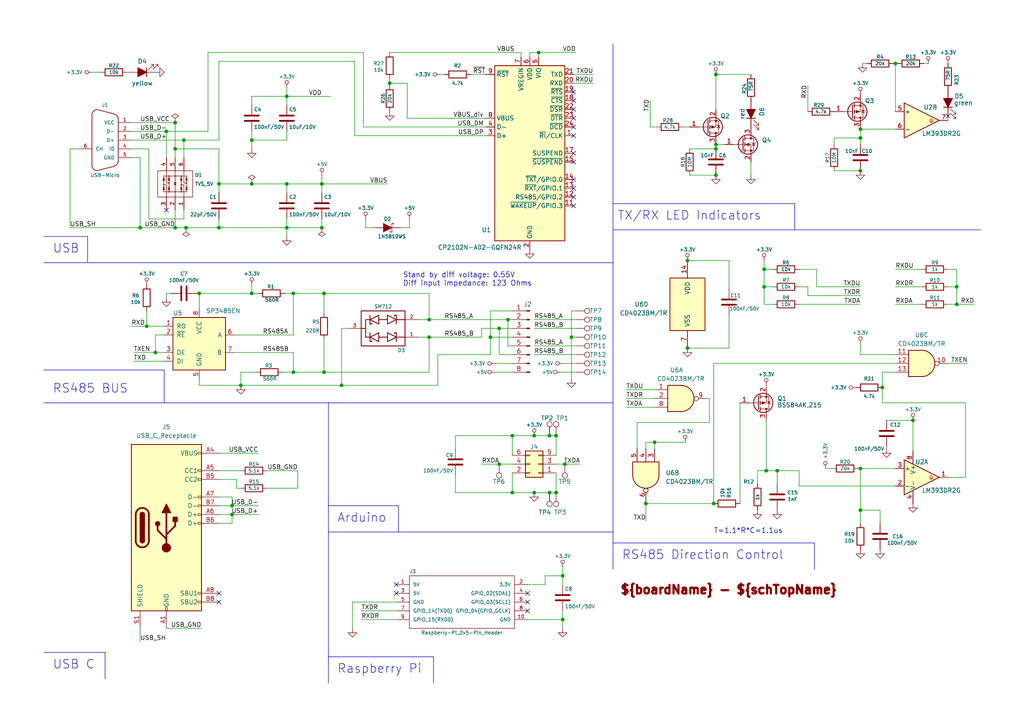
<source format=kicad_sch>
(kicad_sch (version 20231120) (generator "eeschema") (generator_version "8.0")
  (paper "A4")
  (title_block (title "${boardName} - ${schTopName}") (date "2024-08-29") (rev "V9"))
  (junction (at 124.46 97.79))
  (junction (at 69.85 111.76))
  (junction (at 277.495 88.265))
  (junction (at 221.615 78.105))
  (junction (at 63.5 53.34))
  (junction (at 163.195 167.005))
  (junction (at 124.46 92.71))
  (junction (at 45.085 102.235))
  (junction (at 259.715 18.415))
  (junction (at 159.385 126.365))
  (junction (at 93.345 53.34))
  (junction (at 85.09 85.09))
  (junction (at 83.185 66.04))
  (junction (at 207.01 146.05))
  (junction (at 221.615 83.185))
  (junction (at 207.645 41.91))
  (junction (at 187.325 146.05))
  (junction (at 189.865 128.27))
  (junction (at 264.795 121.92))
  (junction (at 249.555 49.53))
  (junction (at 42.545 94.615))
  (junction (at 50.8 43.18))
  (junction (at 255.905 112.395))
  (junction (at 199.39 100.965))
  (junction (at 207.645 50.8))
  (junction (at 93.98 107.95))
  (junction (at 165.735 97.79))
  (junction (at 53.975 66.04))
  (junction (at 93.98 85.09))
  (junction (at 40.64 66.04))
  (junction (at 277.495 83.185))
  (junction (at 99.06 111.76))
  (junction (at 249.555 135.89))
  (junction (at 67.31 146.685))
  (junction (at 222.25 136.525))
  (junction (at 83.185 53.34))
  (junction (at 85.09 107.95))
  (junction (at 83.185 27.94))
  (junction (at 161.29 126.365))
  (junction (at 148.59 126.365))
  (junction (at 199.39 75.565))
  (junction (at 73.025 85.09))
  (junction (at 113.03 24.13))
  (junction (at 163.195 179.705))
  (junction (at 144.78 95.25))
  (junction (at 144.78 134.62))
  (junction (at 207.645 21.59))
  (junction (at 225.425 136.525))
  (junction (at 53.34 40.64))
  (junction (at 93.345 66.04))
  (junction (at 249.555 37.465))
  (junction (at 163.83 134.62))
  (junction (at 48.26 38.1))
  (junction (at 207.645 43.18))
  (junction (at 249.555 40.005))
  (junction (at 156.21 15.24))
  (junction (at 154.94 126.365))
  (junction (at 142.24 97.79))
  (junction (at 67.31 149.225))
  (junction (at 50.8 66.04))
  (junction (at 147.32 92.71))
  (junction (at 161.29 142.875))
  (junction (at 57.785 85.09))
  (junction (at 154.94 142.875))
  (junction (at 50.8 35.56))
  (junction (at 73.025 40.64))
  (junction (at 159.385 142.875))
  (junction (at 63.5 66.04))
  (junction (at 249.555 147.955))
  (junction (at 148.59 142.875))
  (junction (at 73.025 53.34))
  (no_connect (at 48.26 60.96))
  (no_connect (at 166.37 54.61))
  (no_connect (at 114.935 172.085))
  (no_connect (at 166.37 59.69))
  (no_connect (at 166.37 57.15))
  (no_connect (at 166.37 52.07))
  (no_connect (at 63.5 172.085))
  (no_connect (at 166.37 26.67))
  (no_connect (at 114.935 169.545))
  (no_connect (at 166.37 44.45))
  (no_connect (at 166.37 39.37))
  (no_connect (at 166.37 29.21))
  (no_connect (at 166.37 36.83))
  (no_connect (at 153.035 174.625))
  (no_connect (at 166.37 46.99))
  (no_connect (at 153.035 177.165))
  (no_connect (at 166.37 34.29))
  (no_connect (at 63.5 174.625))
  (no_connect (at 166.37 31.75))
  (no_connect (at 153.035 172.085))
  (no_connect (at 274.955 33.655))
  (wire (pts (xy 153.67 16.51) (xy 153.67 15.24)))
  (wire (pts (xy 20.32 43.18) (xy 20.32 66.04)))
  (wire (pts (xy 102.87 17.78) (xy 102.87 39.37)))
  (wire (pts (xy 163.195 177.165) (xy 163.195 179.705)))
  (wire (pts (xy 73.025 40.64) (xy 73.025 43.18)))
  (wire (pts (xy 118.11 24.13) (xy 118.11 34.29)))
  (wire (pts (xy 154.94 92.71) (xy 167.005 92.71)))
  (polyline (pts (xy 230.505 66.675) (xy 230.505 59.055)))
  (wire (pts (xy 124.46 92.71) (xy 124.46 85.09)))
  (wire (pts (xy 132.08 126.365) (xy 148.59 126.365)))
  (wire (pts (xy 249.555 99.695) (xy 249.555 102.87)))
  (wire (pts (xy 221.615 88.265) (xy 224.155 88.265)))
  (wire (pts (xy 249.555 37.465) (xy 259.715 37.465)))
  (wire (pts (xy 67.945 97.155) (xy 85.09 97.155)))
  (wire (pts (xy 73.025 27.94) (xy 83.185 27.94)))
  (wire (pts (xy 282.575 88.265) (xy 277.495 88.265)))
  (wire (pts (xy 259.715 88.265) (xy 267.335 88.265)))
  (wire (pts (xy 259.715 83.185) (xy 267.335 83.185)))
  (wire (pts (xy 104.775 177.165) (xy 114.935 177.165)))
  (wire (pts (xy 63.5 139.065) (xy 68.58 139.065)))
  (wire (pts (xy 259.715 78.105) (xy 267.335 78.105)))
  (wire (pts (xy 234.315 83.185) (xy 234.315 85.725)))
  (wire (pts (xy 43.18 43.18) (xy 43.18 63.5)))
  (polyline (pts (xy 12.7 116.84) (xy 177.8 116.84)))
  (wire (pts (xy 73.025 30.48) (xy 73.025 27.94)))
  (wire (pts (xy 93.98 85.09) (xy 124.46 85.09)))
  (polyline (pts (xy 25.4 68.58) (xy 12.7 68.58)))
  (wire (pts (xy 73.025 38.1) (xy 73.025 40.64)))
  (wire (pts (xy 48.26 85.09) (xy 48.26 86.36)))
  (wire (pts (xy 200.025 50.8) (xy 207.645 50.8)))
  (wire (pts (xy 277.495 83.185) (xy 277.495 78.105)))
  (wire (pts (xy 105.41 15.24) (xy 105.41 36.83)))
  (wire (pts (xy 207.01 146.05) (xy 207.01 105.41)))
  (wire (pts (xy 63.5 53.34) (xy 63.5 55.88)))
  (wire (pts (xy 217.805 46.99) (xy 217.805 50.8)))
  (wire (pts (xy 189.865 128.27) (xy 198.755 128.27)))
  (wire (pts (xy 99.06 111.76) (xy 127 111.76)))
  (wire (pts (xy 207.645 21.59) (xy 217.805 21.59)))
  (wire (pts (xy 257.175 129.54) (xy 257.175 130.175)))
  (wire (pts (xy 222.25 136.525) (xy 225.425 136.525)))
  (wire (pts (xy 86.36 141.605) (xy 86.36 136.525)))
  (wire (pts (xy 106.045 66.04) (xy 108.585 66.04)))
  (wire (pts (xy 280.67 105.41) (xy 274.955 105.41)))
  (wire (pts (xy 143.51 105.41) (xy 148.59 105.41)))
  (wire (pts (xy 236.855 78.105) (xy 231.775 78.105)))
  (wire (pts (xy 165.735 97.79) (xy 165.735 109.855)))
  (wire (pts (xy 132.08 137.795) (xy 132.08 142.875)))
  (wire (pts (xy 158.115 169.545) (xy 153.035 169.545)))
  (wire (pts (xy 114.935 174.625) (xy 102.235 174.625)))
  (wire (pts (xy 231.775 88.265) (xy 249.555 88.265)))
  (wire (pts (xy 151.13 15.24) (xy 151.13 16.51)))
  (wire (pts (xy 63.5 63.5) (xy 63.5 66.04)))
  (wire (pts (xy 205.74 122.555) (xy 184.785 122.555)))
  (wire (pts (xy 234.315 85.725) (xy 249.555 85.725)))
  (wire (pts (xy 211.455 75.565) (xy 199.39 75.565)))
  (wire (pts (xy 68.58 141.605) (xy 69.85 141.605)))
  (wire (pts (xy 81.915 107.95) (xy 85.09 107.95)))
  (wire (pts (xy 159.385 126.365) (xy 154.94 126.365)))
  (wire (pts (xy 142.24 90.17) (xy 148.59 90.17)))
  (wire (pts (xy 257.175 121.92) (xy 264.795 121.92)))
  (wire (pts (xy 93.345 53.34) (xy 93.345 55.88)))
  (wire (pts (xy 83.185 53.34) (xy 93.345 53.34)))
  (wire (pts (xy 148.59 142.875) (xy 154.94 142.875)))
  (polyline (pts (xy 177.8 76.2) (xy 12.7 76.2)))
  (wire (pts (xy 20.32 66.04) (xy 40.64 66.04)))
  (polyline (pts (xy 125.73 198.12) (xy 125.73 190.5)))
  (wire (pts (xy 274.955 88.265) (xy 277.495 88.265)))
  (wire (pts (xy 154.94 102.87) (xy 167.005 102.87)))
  (wire (pts (xy 162.56 107.95) (xy 167.005 107.95)))
  (wire (pts (xy 63.5 144.145) (xy 67.31 144.145)))
  (wire (pts (xy 127 111.76) (xy 127 102.87)))
  (wire (pts (xy 40.64 45.72) (xy 38.1 45.72)))
  (polyline (pts (xy 177.8 76.2) (xy 177.8 12.7)))
  (wire (pts (xy 69.85 107.95) (xy 69.85 111.76)))
  (wire (pts (xy 221.615 78.105) (xy 221.615 83.185)))
  (wire (pts (xy 50.8 35.56) (xy 38.1 35.56)))
  (wire (pts (xy 231.775 83.185) (xy 234.315 83.185)))
  (wire (pts (xy 102.87 39.37) (xy 140.97 39.37)))
  (wire (pts (xy 113.03 22.86) (xy 113.03 24.13)))
  (wire (pts (xy 142.24 102.87) (xy 142.24 97.79)))
  (wire (pts (xy 116.205 66.04) (xy 118.745 66.04)))
  (wire (pts (xy 163.195 164.465) (xy 163.195 167.005)))
  (wire (pts (xy 250.19 18.415) (xy 251.46 18.415)))
  (wire (pts (xy 219.71 136.525) (xy 219.71 140.335)))
  (wire (pts (xy 161.29 126.365) (xy 159.385 126.365)))
  (wire (pts (xy 184.785 122.555) (xy 184.785 130.175)))
  (wire (pts (xy 280.035 116.84) (xy 280.035 138.43)))
  (wire (pts (xy 167.005 90.17) (xy 165.735 90.17)))
  (wire (pts (xy 113.03 15.24) (xy 151.13 15.24)))
  (wire (pts (xy 57.785 85.09) (xy 57.15 85.09)))
  (wire (pts (xy 249.555 135.89) (xy 248.92 135.89)))
  (wire (pts (xy 57.785 85.09) (xy 73.025 85.09)))
  (wire (pts (xy 102.87 17.78) (xy 63.5 17.78)))
  (wire (pts (xy 104.775 179.705) (xy 114.935 179.705)))
  (wire (pts (xy 224.155 78.105) (xy 221.615 78.105)))
  (wire (pts (xy 118.11 24.13) (xy 113.03 24.13)))
  (wire (pts (xy 249.555 135.89) (xy 249.555 147.955)))
  (wire (pts (xy 205.74 115.57) (xy 205.105 115.57)))
  (wire (pts (xy 60.325 15.24) (xy 60.325 38.1)))
  (wire (pts (xy 153.67 15.24) (xy 156.21 15.24)))
  (wire (pts (xy 231.775 136.525) (xy 225.425 136.525)))
  (wire (pts (xy 45.085 102.235) (xy 47.625 102.235)))
  (wire (pts (xy 274.955 33.655) (xy 274.955 34.925)))
  (wire (pts (xy 63.5 66.04) (xy 83.185 66.04)))
  (wire (pts (xy 224.155 83.185) (xy 221.615 83.185)))
  (wire (pts (xy 83.185 27.94) (xy 83.185 30.48)))
  (wire (pts (xy 73.025 85.09) (xy 74.93 85.09)))
  (wire (pts (xy 63.5 136.525) (xy 69.85 136.525)))
  (wire (pts (xy 163.195 105.41) (xy 167.005 105.41)))
  (wire (pts (xy 148.59 102.87) (xy 144.78 102.87)))
  (wire (pts (xy 67.31 146.685) (xy 74.93 146.685)))
  (wire (pts (xy 48.26 182.245) (xy 58.42 182.245)))
  (wire (pts (xy 143.51 107.95) (xy 148.59 107.95)))
  (wire (pts (xy 163.195 167.005) (xy 158.115 167.005)))
  (wire (pts (xy 187.325 146.05) (xy 187.325 145.415)))
  (wire (pts (xy 57.785 89.535) (xy 57.785 85.09)))
  (wire (pts (xy 57.785 111.76) (xy 69.85 111.76)))
  (wire (pts (xy 68.58 139.065) (xy 68.58 141.605)))
  (wire (pts (xy 63.5 43.18) (xy 63.5 53.34)))
  (wire (pts (xy 132.08 130.175) (xy 132.08 126.365)))
  (wire (pts (xy 85.09 102.235) (xy 85.09 107.95)))
  (wire (pts (xy 77.47 136.525) (xy 86.36 136.525)))
  (wire (pts (xy 113.03 24.13) (xy 113.03 24.765)))
  (wire (pts (xy 38.735 102.235) (xy 45.085 102.235)))
  (wire (pts (xy 38.1 94.615) (xy 42.545 94.615)))
  (wire (pts (xy 211.455 83.82) (xy 211.455 75.565)))
  (wire (pts (xy 255.905 107.95) (xy 255.905 112.395)))
  (wire (pts (xy 42.545 94.615) (xy 47.625 94.615)))
  (wire (pts (xy 67.31 151.765) (xy 67.31 149.225)))
  (wire (pts (xy 83.185 66.04) (xy 83.185 68.58)))
  (wire (pts (xy 40.64 66.04) (xy 40.64 45.72)))
  (wire (pts (xy 49.53 85.09) (xy 48.26 85.09)))
  (wire (pts (xy 259.715 18.415) (xy 259.715 32.385)))
  (wire (pts (xy 106.045 63.5) (xy 106.045 66.04)))
  (wire (pts (xy 83.185 40.64) (xy 83.185 38.1)))
  (wire (pts (xy 53.34 63.5) (xy 53.34 60.96)))
  (wire (pts (xy 159.385 142.875) (xy 154.94 142.875)))
  (wire (pts (xy 198.12 36.83) (xy 200.025 36.83)))
  (wire (pts (xy 222.25 121.92) (xy 222.25 136.525)))
  (wire (pts (xy 42.545 90.17) (xy 42.545 94.615)))
  (wire (pts (xy 99.06 95.25) (xy 99.06 111.76)))
  (polyline (pts (xy 236.22 165.1) (xy 236.22 157.48)))
  (wire (pts (xy 139.7 97.79) (xy 139.7 95.25)))
  (wire (pts (xy 181.61 118.11) (xy 189.865 118.11)))
  (wire (pts (xy 82.55 85.09) (xy 85.09 85.09)))
  (wire (pts (xy 57.785 109.855) (xy 57.785 111.76)))
  (wire (pts (xy 124.46 97.79) (xy 124.46 107.95)))
  (wire (pts (xy 53.975 66.04) (xy 50.8 66.04)))
  (wire (pts (xy 22.86 43.18) (xy 20.32 43.18)))
  (wire (pts (xy 181.61 115.57) (xy 189.865 115.57)))
  (wire (pts (xy 63.5 66.04) (xy 53.975 66.04)))
  (wire (pts (xy 118.11 34.29) (xy 140.97 34.29)))
  (wire (pts (xy 280.035 138.43) (xy 274.955 138.43)))
  (wire (pts (xy 249.555 147.955) (xy 249.555 151.765)))
  (wire (pts (xy 45.085 97.155) (xy 47.625 97.155)))
  (wire (pts (xy 48.26 38.1) (xy 60.325 38.1)))
  (wire (pts (xy 156.21 15.24) (xy 167.005 15.24)))
  (wire (pts (xy 207.645 41.91) (xy 210.185 41.91)))
  (wire (pts (xy 144.78 134.62) (xy 139.7 134.62)))
  (polyline (pts (xy 230.505 59.055) (xy 177.8 59.055)))
  (wire (pts (xy 255.905 116.84) (xy 280.035 116.84)))
  (wire (pts (xy 73.025 40.64) (xy 83.185 40.64)))
  (wire (pts (xy 121.285 97.79) (xy 124.46 97.79)))
  (wire (pts (xy 190.5 36.83) (xy 188.595 36.83)))
  (wire (pts (xy 118.745 66.04) (xy 118.745 63.5)))
  (polyline (pts (xy 177.8 165.1) (xy 177.8 76.2)))
  (polyline (pts (xy 95.25 154.305) (xy 177.8 154.305)))
  (wire (pts (xy 163.195 167.005) (xy 163.195 169.545)))
  (wire (pts (xy 241.935 49.53) (xy 249.555 49.53)))
  (wire (pts (xy 102.235 174.625) (xy 102.235 182.245)))
  (wire (pts (xy 53.34 40.64) (xy 63.5 40.64)))
  (wire (pts (xy 38.1 40.64) (xy 53.34 40.64)))
  (polyline (pts (xy 177.8 66.675) (xy 284.48 66.675)))
  (wire (pts (xy 43.18 63.5) (xy 53.34 63.5)))
  (wire (pts (xy 93.98 98.425) (xy 93.98 107.95)))
  (wire (pts (xy 187.325 151.13) (xy 187.325 146.05)))
  (polyline (pts (xy 25.4 76.2) (xy 25.4 68.58)))
  (wire (pts (xy 127 102.87) (xy 142.24 102.87)))
  (wire (pts (xy 136.525 21.59) (xy 140.97 21.59)))
  (wire (pts (xy 38.1 43.18) (xy 43.18 43.18)))
  (polyline (pts (xy 47.625 107.315) (xy 12.7 107.315)))
  (wire (pts (xy 249.555 147.955) (xy 255.27 147.955)))
  (wire (pts (xy 105.41 36.83) (xy 140.97 36.83)))
  (wire (pts (xy 83.185 63.5) (xy 83.185 66.04)))
  (wire (pts (xy 83.185 27.94) (xy 95.885 27.94)))
  (wire (pts (xy 200.025 43.18) (xy 207.645 43.18)))
  (wire (pts (xy 67.31 149.225) (xy 74.93 149.225)))
  (wire (pts (xy 222.25 136.525) (xy 219.71 136.525)))
  (wire (pts (xy 50.8 43.18) (xy 63.5 43.18)))
  (wire (pts (xy 207.01 105.41) (xy 259.715 105.41)))
  (wire (pts (xy 231.775 140.97) (xy 231.775 136.525)))
  (polyline (pts (xy 125.73 190.5) (xy 95.25 190.5)))
  (wire (pts (xy 148.59 100.33) (xy 147.32 100.33)))
  (wire (pts (xy 259.715 135.89) (xy 249.555 135.89)))
  (wire (pts (xy 45.085 97.155) (xy 45.085 102.235)))
  (wire (pts (xy 211.455 91.44) (xy 211.455 100.965)))
  (wire (pts (xy 148.59 132.08) (xy 148.59 126.365)))
  (polyline (pts (xy 115.57 146.685) (xy 95.25 146.685)))
  (wire (pts (xy 211.455 100.965) (xy 199.39 100.965)))
  (polyline (pts (xy 47.625 116.84) (xy 47.625 107.315)))
  (wire (pts (xy 93.98 85.09) (xy 93.98 90.805)))
  (polyline (pts (xy 236.22 157.48) (xy 177.8 157.48)))
  (wire (pts (xy 172.085 24.13) (xy 166.37 24.13)))
  (wire (pts (xy 36.83 20.955) (xy 37.465 20.955)))
  (wire (pts (xy 259.715 140.97) (xy 231.775 140.97)))
  (wire (pts (xy 77.47 141.605) (xy 86.36 141.605)))
  (wire (pts (xy 234.315 24.765) (xy 234.315 32.385)))
  (wire (pts (xy 154.94 95.25) (xy 167.005 95.25)))
  (wire (pts (xy 40.64 182.245) (xy 40.64 186.055)))
  (wire (pts (xy 124.46 92.71) (xy 147.32 92.71)))
  (wire (pts (xy 189.865 130.175) (xy 189.865 128.27)))
  (wire (pts (xy 161.29 137.16) (xy 161.29 142.875)))
  (wire (pts (xy 207.645 21.59) (xy 207.645 31.75)))
  (wire (pts (xy 259.08 18.415) (xy 259.715 18.415)))
  (wire (pts (xy 225.425 136.525) (xy 225.425 140.335)))
  (wire (pts (xy 63.5 151.765) (xy 67.31 151.765)))
  (wire (pts (xy 163.195 179.705) (xy 163.195 182.245)))
  (wire (pts (xy 207.645 41.91) (xy 207.645 43.18)))
  (wire (pts (xy 277.495 88.265) (xy 277.495 83.185)))
  (wire (pts (xy 83.185 53.34) (xy 73.025 53.34)))
  (wire (pts (xy 165.735 97.79) (xy 167.005 97.79)))
  (wire (pts (xy 260.35 18.415) (xy 259.715 18.415)))
  (wire (pts (xy 38.1 38.1) (xy 48.26 38.1)))
  (wire (pts (xy 148.59 137.16) (xy 148.59 142.875)))
  (wire (pts (xy 142.24 97.79) (xy 148.59 97.79)))
  (wire (pts (xy 73.025 82.55) (xy 73.025 85.09)))
  (wire (pts (xy 148.59 134.62) (xy 144.78 134.62)))
  (wire (pts (xy 147.32 100.33) (xy 147.32 92.71)))
  (wire (pts (xy 187.325 146.05) (xy 207.01 146.05)))
  (wire (pts (xy 156.21 15.24) (xy 156.21 16.51)))
  (wire (pts (xy 172.085 21.59) (xy 166.37 21.59)))
  (wire (pts (xy 264.795 121.92) (xy 264.795 130.81)))
  (wire (pts (xy 221.615 83.185) (xy 221.615 88.265)))
  (wire (pts (xy 26.67 20.955) (xy 29.21 20.955)))
  (wire (pts (xy 47.625 104.775) (xy 38.735 104.775)))
  (wire (pts (xy 67.945 102.235) (xy 85.09 102.235)))
  (wire (pts (xy 124.46 97.79) (xy 139.7 97.79)))
  (wire (pts (xy 63.5 53.34) (xy 73.025 53.34)))
  (wire (pts (xy 144.78 102.87) (xy 144.78 95.25)))
  (wire (pts (xy 249.555 102.87) (xy 259.715 102.87)))
  (wire (pts (xy 139.7 95.25) (xy 144.78 95.25)))
  (wire (pts (xy 221.615 75.565) (xy 221.615 78.105)))
  (wire (pts (xy 83.185 55.88) (xy 83.185 53.34)))
  (wire (pts (xy 63.5 17.78) (xy 63.5 40.64)))
  (wire (pts (xy 255.27 147.955) (xy 255.27 151.765)))
  (wire (pts (xy 154.94 100.33) (xy 167.005 100.33)))
  (wire (pts (xy 50.8 35.56) (xy 50.8 43.18)))
  (wire (pts (xy 153.035 179.705) (xy 163.195 179.705)))
  (wire (pts (xy 147.32 92.71) (xy 148.59 92.71)))
  (wire (pts (xy 188.595 29.21) (xy 188.595 36.83)))
  (wire (pts (xy 93.98 107.95) (xy 124.46 107.95)))
  (wire (pts (xy 144.78 95.25) (xy 148.59 95.25)))
  (wire (pts (xy 85.09 85.09) (xy 85.09 97.155)))
  (wire (pts (xy 99.06 95.25) (xy 100.965 95.25)))
  (wire (pts (xy 85.09 85.09) (xy 93.98 85.09)))
  (wire (pts (xy 48.26 38.1) (xy 48.26 45.72)))
  (wire (pts (xy 214.63 116.84) (xy 214.63 146.05)))
  (wire (pts (xy 127.635 21.59) (xy 128.905 21.59)))
  (wire (pts (xy 249.555 40.005) (xy 249.555 37.465)))
  (wire (pts (xy 83.185 25.4) (xy 83.185 27.94)))
  (wire (pts (xy 63.5 146.685) (xy 67.31 146.685)))
  (polyline (pts (xy 30.48 189.23) (xy 12.7 189.23)))
  (polyline (pts (xy 95.25 198.12) (xy 95.25 116.84)))
  (wire (pts (xy 53.34 40.64) (xy 53.34 45.72)))
  (wire (pts (xy 93.345 50.8) (xy 93.345 53.34)))
  (wire (pts (xy 163.83 134.62) (xy 161.29 134.62)))
  (wire (pts (xy 93.345 63.5) (xy 93.345 66.04)))
  (wire (pts (xy 121.285 92.71) (xy 124.46 92.71)))
  (wire (pts (xy 241.935 41.91) (xy 241.935 40.005)))
  (wire (pts (xy 168.275 134.62) (xy 163.83 134.62)))
  (wire (pts (xy 142.24 97.79) (xy 142.24 90.17)))
  (wire (pts (xy 93.345 53.34) (xy 112.395 53.34)))
  (wire (pts (xy 249.555 41.91) (xy 249.555 40.005)))
  (wire (pts (xy 63.5 149.225) (xy 67.31 149.225)))
  (polyline (pts (xy 30.48 196.85) (xy 30.48 189.23)))
  (wire (pts (xy 239.395 135.89) (xy 241.3 135.89)))
  (wire (pts (xy 205.74 115.57) (xy 205.74 122.555)))
  (wire (pts (xy 267.97 18.415) (xy 269.24 18.415)))
  (wire (pts (xy 69.85 107.95) (xy 74.295 107.95)))
  (wire (pts (xy 85.09 107.95) (xy 93.98 107.95)))
  (wire (pts (xy 259.715 107.95) (xy 255.905 107.95)))
  (wire (pts (xy 50.8 66.04) (xy 40.64 66.04)))
  (wire (pts (xy 67.31 144.145) (xy 67.31 146.685)))
  (wire (pts (xy 50.8 45.72) (xy 50.8 43.18)))
  (wire (pts (xy 165.735 90.17) (xy 165.735 97.79)))
  (wire (pts (xy 187.325 130.175) (xy 187.325 128.27)))
  (polyline (pts (xy 115.57 154.305) (xy 115.57 146.685)))
  (wire (pts (xy 274.955 83.185) (xy 277.495 83.185)))
  (wire (pts (xy 161.29 142.875) (xy 159.385 142.875)))
  (wire (pts (xy 50.8 66.04) (xy 50.8 60.96)))
  (wire (pts (xy 161.29 132.08) (xy 161.29 126.365)))
  (wire (pts (xy 187.325 128.27) (xy 189.865 128.27)))
  (wire (pts (xy 255.905 112.395) (xy 255.905 116.84)))
  (wire (pts (xy 277.495 78.105) (xy 274.955 78.105)))
  (wire (pts (xy 236.855 83.185) (xy 236.855 78.105)))
  (wire (pts (xy 148.59 126.365) (xy 154.94 126.365)))
  (wire (pts (xy 132.08 142.875) (xy 148.59 142.875)))
  (wire (pts (xy 69.85 111.76) (xy 99.06 111.76)))
  (wire (pts (xy 60.325 15.24) (xy 105.41 15.24)))
  (wire (pts (xy 93.345 66.04) (xy 83.185 66.04)))
  (wire (pts (xy 158.115 167.005) (xy 158.115 169.545)))
  (wire (pts (xy 63.5 131.445) (xy 74.93 131.445)))
  (wire (pts (xy 181.61 113.03) (xy 189.865 113.03)))
  (wire (pts (xy 236.855 83.185) (xy 249.555 83.185)))
  (wire (pts (xy 241.935 40.005) (xy 249.555 40.005)))
  (text "Stand by diff voltage: 0.55V\nDiff input impedance: 123 Ohms" (at 116.84 83.185 0) (effects (font (size 1.5 1.5)) (justify left bottom)))
  (text "Raspberry Pi" (at 97.79 195.58 0) (effects (font (size 2.54 2.54)) (justify left bottom)))
  (text "RS485 BUS" (at 15.24 114.3 0) (effects (font (size 2.54 2.54)) (justify left bottom)))
  (text "Arduino" (at 97.79 151.765 0) (effects (font (size 2.54 2.54)) (justify left bottom)))
  (text "T=1.1*R*C=1.1us" (at 207.01 154.94 0) (effects (font (size 1.5 1.5)) (justify left bottom)))
  (text "TX/RX LED Indicators" (at 179.07 64.135 0) (effects (font (size 2.54 2.54)) (justify left bottom)))
  (text "USB C" (at 15.24 194.31 0) (effects (font (size 2.54 2.54)) (justify left bottom)))
  (text "USB" (at 15.24 73.66 0) (effects (font (size 2.54 2.54)) (justify left bottom)))
  (text "RS485 Direction Control" (at 180.34 162.56 0) (effects (font (size 2.54 2.54)) (justify left bottom)))
  (text "${boardName} - ${schTopName}" (at 179.705 172.72 0) (effects (font (size 2.5 2.5) (thickness 0.8) (bold yes)) (justify left bottom)))
  (label "USB_VCC" (at 40.64 35.56 0))
  (label "TXD" (at 188.595 32.385 90))
  (label "TXDU" (at 181.61 113.03 0))
  (label "USB_GND" (at 58.42 182.245 180))
  (label "RXD" (at 282.575 88.265 180))
  (label "RS485B" (at 76.2 102.235 0))
  (label "USB_D-" (at 74.93 146.685 180))
  (label "TXDA" (at 181.61 118.11 0))
  (label "USB_DP" (at 140.335 39.37 180))
  (label "RS485_A" (at 154.94 92.71 0))
  (label "TXDR" (at 181.61 115.57 0))
  (label "RS485_B" (at 128.905 97.79 0))
  (label "RXDR" (at 259.715 83.185 0))
  (label "USB_GND" (at 86.36 136.525 180))
  (label "VBUS" (at 112.395 53.34 180))
  (label "TXEN" (at 280.67 105.41 180))
  (label "USB_D+" (at 40.64 40.64 0))
  (label "USB_GND" (at 41.91 66.04 0))
  (label "RXDA" (at 144.78 134.62 180))
  (label "TXEN" (at 38.735 102.235 0))
  (label "VBUS_div" (at 131.445 34.29 0))
  (label "TXDA" (at 168.275 134.62 180))
  (label "RXDA" (at 259.715 88.265 0))
  (label "TXD" (at 187.325 151.13 180))
  (label "RXDU" (at 172.085 24.13 180))
  (label "VDD" (at 93.345 27.94 180))
  (label "VBUS" (at 144.145 15.24 0))
  (label "USB_D+" (at 74.93 149.225 180))
  (label "RS485A" (at 76.2 97.155 0))
  (label "TXDA" (at 249.555 88.265 180))
  (label "RXD" (at 38.1 94.615 0))
  (label "~{RST}" (at 137.16 21.59 0))
  (label "TXD" (at 38.735 104.775 0))
  (label "RXDR" (at 104.775 179.705 0))
  (label "TXDU" (at 249.555 83.185 180))
  (label "TXDR" (at 104.775 177.165 0))
  (label "RS485_A" (at 154.94 100.33 0))
  (label "RS485_B" (at 154.94 95.25 0))
  (label "RS485_A" (at 128.905 92.71 0))
  (label "VDD" (at 167.005 15.24 180))
  (label "TXDR" (at 249.555 85.725 180))
  (label "RXDU" (at 259.715 78.105 0))
  (label "RXD" (at 234.315 28.575 90))
  (label "USB_DM" (at 140.335 36.83 180))
  (label "RS485_B" (at 154.94 102.87 0))
  (label "USB_D-" (at 40.64 38.1 0))
  (label "USB_VCC" (at 74.93 131.445 180))
  (label "TXDU" (at 172.085 21.59 180))
  (label "USB_SH" (at 20.32 66.04 0))
  (label "USB_SH" (at 40.64 186.055 0))
  (symbol (lib_id "Celebi:capacitor") (at 53.34 85.09 0) (unit 1)
    (property "Reference" "C7" (at 53.34 79.375 0) (effects (font (size 1.016 1.016))))
    (property "Value" "100nF/50V" (at 53.34 81.28 0) (effects (font (size 1.016 1.016))))
    (property "Footprint" "Capacitor_SMD:C_0603_1608Metric" (effects (hide yes)))
    (property "Description" "50V 100nF X7R ±10% 0603  Multilayer Ceramic Capacitors MLCC - SMD/SMT ROHS" (effects (hide yes)))
    (property "Tolerance" "10%" (effects (hide yes)))
    (property "Power" "_" (effects (hide yes)))
    (property "Manufacturer" "Yageo" (effects (hide yes)))
    (property "PartNumber" "CC0603KRX7R9BB104" (effects (hide yes)))
    (property "Digikey" "1276-6854-1-ND" (effects (hide yes)))
    (property "LCSC" "C14663" (effects (hide yes)))
  )
  (symbol (lib_id "Celebi:+5V") (at 93.345 50.8 0) (unit 1)
    (property "Reference" "#PWR017" (effects (hide yes)))
    (property "Value" "+5V" (at 93.345 47.625 0) (effects (font (size 1.016 1.016))))
  )
  (symbol (lib_id "Celebi:resistor") (at 93.98 94.615 90) (mirror x) (unit 1)
    (property "Reference" "R5" (at 92.71 93.345 90) (effects (font (size 1.016 1.016)) (justify left)))
    (property "Value" "220R" (at 92.71 95.885 90) (effects (font (size 1.016 1.016)) (justify left)))
    (property "Footprint" "Resistor_SMD:R_0603_1608Metric" (effects (hide yes)))
    (property "Datasheet" "https://wmsc.lcsc.com/wmsc/upload/file/pdf/v2/lcsc/2206010130_UNI-ROYAL-Uniroyal-Elec-0603WAF2200T5E_C22962.pdf" (effects (hide yes)))
    (property "Description" "100mW Thick Film Resistors 75V ±100ppm/℃ ±1% 220Ω 0603 Chip Resistor - Surface Mount ROHS" (effects (hide yes)))
    (property "Tolerance" "5%" (effects (hide yes)))
    (property "Power" "1/10W" (effects (hide yes)))
    (property "Manufacturer" "UNI-ROYAL(Uniroyal Elec)" (effects (hide yes)))
    (property "PartNumber" "0603WAF2200T5E" (effects (hide yes)))
    (property "LCSC" "C22962" (effects (hide yes)))
  )
  (symbol (lib_id "Celebi:SM712") (at 111.125 95.25 180) (unit 1)
    (property "Reference" "D3" (at 117.475 101.6 0) (effects (font (size 1.016 1.016)) (justify left)))
    (property "Value" "SM712" (at 111.125 88.9 0) (effects (font (size 1.016 1.016))))
    (property "Footprint" "Celebi:SOT23-3" (effects (hide yes)))
    (property "Description" "SOT-23  ESD Protection Devices ROHS" (effects (hide yes)))
    (property "Tolerance" "_" (effects (hide yes)))
    (property "Power" "400W" (effects (hide yes)))
    (property "Manufacturer" "DOWO" (effects (hide yes)))
    (property "PartNumber" "SM712" (effects (hide yes)))
    (property "Digikey" "!F6450CT-ND" (effects (hide yes)))
    (property "LCSC" "C293966" (effects (hide yes)))
  )
  (symbol (lib_id "Celebi:Raspberry-Pi4_Reverse_10P") (at 133.985 174.625 0) (unit 1)
    (property "Reference" "J3" (at 118.745 165.735 0) (effects (font (size 1.016 1.016)) (justify left)))
    (property "Value" "Raspberry-Pi_2x5-Pin_Header" (at 133.985 183.515 0) (effects (font (size 1.016 1.016))))
    (property "Footprint" "rs485RPihat:con-WR-PHD-61031021821" (effects (hide yes)))
    (property "Description" "2.54mm 2.54mm 双排 Gold Brass 2x5P 10 SMD,P=2.54mm  Female Headers ROHS" (effects (hide yes)))
    (property "Tolerance" "_" (effects (hide yes)))
    (property "Power" "_" (effects (hide yes)))
    (property "Manufacturer" "Boomele" (effects (hide yes)))
    (property "PartNumber" "C261072" (effects (hide yes)))
    (property "Digikey" "_" (effects (hide yes)))
    (property "LCSC" "C261072" (effects (hide yes)))
  )
  (symbol (lib_id "Celebi:capacitor") (at 163.195 173.355 270) (unit 1)
    (property "Reference" "C8" (at 163.83 170.815 90) (effects (font (size 1.016 1.016)) (justify left)))
    (property "Value" "100nF/50V" (at 163.83 175.895 90) (effects (font (size 1.016 1.016)) (justify left)))
    (property "Footprint" "Capacitor_SMD:C_0603_1608Metric" (effects (hide yes)))
    (property "Description" "50V 100nF X7R ±10% 0603  Multilayer Ceramic Capacitors MLCC - SMD/SMT ROHS" (effects (hide yes)))
    (property "Tolerance" "10%" (effects (hide yes)))
    (property "Power" "_" (effects (hide yes)))
    (property "Manufacturer" "Yageo" (effects (hide yes)))
    (property "PartNumber" "CC0603KRX7R9BB104" (effects (hide yes)))
    (property "Digikey" "1276-6854-1-ND" (effects (hide yes)))
    (property "LCSC" "C14663" (effects (hide yes)))
  )
  (symbol (lib_id "Celebi:GND") (at 163.195 182.245 0) (mirror y) (unit 1)
    (property "Reference" "#PWR0104" (effects (hide yes)))
    (property "Value" "GND" (effects (hide yes)))
  )
  (symbol (lib_id "Celebi:capacitor") (at 93.345 59.69 270) (unit 1)
    (property "Reference" "C3" (at 93.98 57.15 90) (effects (font (size 1.016 1.016)) (justify left)))
    (property "Value" "10uF/10V" (at 93.98 62.23 90) (effects (font (size 1.016 1.016)) (justify left)))
    (property "Footprint" "Capacitor_SMD:C_0603_1608Metric" (effects (hide yes)))
    (property "Datasheet" "https://wmsc.lcsc.com/wmsc/upload/file/pdf/v2/lcsc/2304140030_Samsung-Electro-Mechanics-CL10A106KP8NNNC_C19702.pdf" (effects (hide yes)))
    (property "Description" "10V 10uF X5R ±10% 0603 Multilayer Ceramic Capacitors MLCC - SMD/SMT ROHS" (effects (hide yes)))
    (property "Tolerance" "10%" (effects (hide yes)))
    (property "Manufacturer" "Samsung Electro-Mechanics" (effects (hide yes)))
    (property "PartNumber" "CL10A106KP8NNNC" (effects (hide yes)))
    (property "LCSC" "C19702" (effects (hide yes)))
  )
  (symbol (lib_id "Celebi:GND") (at 102.235 182.245 0) (mirror y) (unit 1)
    (property "Reference" "#PWR0105" (effects (hide yes)))
    (property "Value" "GND" (effects (hide yes)))
  )
  (symbol (lib_id "Celebi:+5V") (at 118.745 63.5 0) (unit 1)
    (property "Reference" "#PWR0111" (effects (hide yes)))
    (property "Value" "+5V" (at 118.745 60.325 0) (effects (font (size 1.016 1.016))))
  )
  (symbol (lib_id "Celebi:+3.3V") (at 106.045 63.5 0) (unit 1)
    (property "Reference" "#PWR0112" (effects (hide yes)))
    (property "Value" "+3.3V" (at 106.045 60.325 0) (effects (font (size 1.016 1.016))))
  )
  (symbol (lib_id "Celebi:+3.3V") (at 221.615 75.565 0) (unit 1)
    (property "Reference" "#PWR0110" (effects (hide yes)))
    (property "Value" "+3.3V" (at 221.615 72.39 0) (effects (font (size 1.016 1.016))))
  )
  (symbol (lib_id "Celebi:capacitor") (at 73.025 34.29 270) (unit 1)
    (property "Reference" "C4" (at 73.66 31.75 90) (effects (font (size 1.016 1.016)) (justify left)))
    (property "Value" "100nF/50V" (at 73.66 36.83 90) (effects (font (size 1.016 1.016)) (justify left)))
    (property "Footprint" "Capacitor_SMD:C_0603_1608Metric" (effects (hide yes)))
    (property "Description" "50V 100nF X7R ±10% 0603  Multilayer Ceramic Capacitors MLCC - SMD/SMT ROHS" (effects (hide yes)))
    (property "Tolerance" "10%" (effects (hide yes)))
    (property "Power" "_" (effects (hide yes)))
    (property "Manufacturer" "Yageo" (effects (hide yes)))
    (property "PartNumber" "CC0603KRX7R9BB104" (effects (hide yes)))
    (property "Digikey" "1276-6854-1-ND" (effects (hide yes)))
    (property "LCSC" "C14663" (effects (hide yes)))
  )
  (symbol (lib_id "Celebi:GND") (at 73.025 43.18 0) (mirror y) (unit 1)
    (property "Reference" "#PWR0129" (effects (hide yes)))
    (property "Value" "GND" (effects (hide yes)))
  )
  (symbol (lib_id "Celebi:resistor") (at 132.715 21.59 0) (mirror y) (unit 1)
    (property "Reference" "R2" (at 132.715 19.05 0) (effects (font (size 1.016 1.016))))
    (property "Value" "4.7k" (at 132.715 24.13 0) (effects (font (size 1.016 1.016))))
    (property "Footprint" "Resistor_SMD:R_0603_1608Metric" (effects (hide yes)))
    (property "Datasheet" "https://wmsc.lcsc.com/wmsc/upload/file/pdf/v2/lcsc/2206010116_UNI-ROYAL-Uniroyal-Elec-0603WAF4701T5E_C23162.pdf" (effects (hide yes)))
    (property "Description" "100mW Thick Film Resistors 75V ±100ppm/℃ ±1% 4.7kΩ 0603 Chip Resistor - Surface Mount ROHS" (effects (hide yes)))
    (property "Tolerance" "1%" (effects (hide yes)))
    (property "Power" "1/10W" (effects (hide yes)))
    (property "Manufacturer" "UNI-ROYAL(Uniroyal Elec)" (effects (hide yes)))
    (property "PartNumber" "0603WAF4701T5E" (effects (hide yes)))
    (property "LCSC" "C23162" (effects (hide yes)))
  )
  (symbol (lib_id "Celebi:+3.3V") (at 83.185 25.4 0) (unit 1)
    (property "Reference" "#PWR0106" (effects (hide yes)))
    (property "Value" "+3.3V" (at 83.185 22.225 0) (effects (font (size 1.016 1.016))))
  )
  (symbol (lib_id "Celebi:+3.3V") (at 163.195 164.465 0) (unit 1)
    (property "Reference" "#PWR0107" (effects (hide yes)))
    (property "Value" "+3.3V" (at 163.195 161.29 0) (effects (font (size 1.016 1.016))))
  )
  (symbol (lib_id "Celebi:+3.3V") (at 127.635 21.59 90) (unit 1)
    (property "Reference" "#PWR0109" (effects (hide yes)))
    (property "Value" "+3.3V" (at 122.555 21.59 90) (effects (font (size 1.016 1.016))))
  )
  (symbol (lib_id "Celebi:+3.3V") (at 73.025 82.55 0) (unit 1)
    (property "Reference" "#PWR0101" (effects (hide yes)))
    (property "Value" "+3.3V" (at 73.025 79.375 0) (effects (font (size 1.016 1.016))))
  )
  (symbol (lib_id "Celebi:824015") (at 50.8 53.34 270) (mirror x) (unit 1)
    (property "Reference" "D1" (at 56.515 50.8 90) (effects (font (size 1.016 1.016)) (justify left)))
    (property "Value" "TVS_5V" (at 56.515 53.34 90) (effects (font (size 1.016 1.016)) (justify left)))
    (property "Footprint" "Celebi:SOT23-6L" (effects (hide yes)))
    (property "Description" "SOT-23-6  ESD Protection Devices ROHS" (effects (hide yes)))
    (property "Tolerance" "_" (effects (hide yes)))
    (property "Power" "_" (effects (hide yes)))
    (property "Manufacturer" "Tech_Public" (effects (hide yes)))
    (property "PartNumber" "TPIP4220CZ6" (effects (hide yes)))
    (property "Digikey" "!1727-2751-1-ND" (effects (hide yes)))
    (property "LCSC" "C558417" (effects (hide yes)))
  )
  (symbol (lib_id "Celebi:GND") (at 83.185 68.58 0) (mirror y) (unit 1)
    (property "Reference" "#PWR0102" (effects (hide yes)))
    (property "Value" "GND" (effects (hide yes)))
  )
  (symbol (lib_id "Celebi:capacitor") (at 83.185 59.69 270) (unit 1)
    (property "Reference" "C2" (at 83.82 57.15 90) (effects (font (size 1.016 1.016)) (justify left)))
    (property "Value" "100nF/50V" (at 83.82 62.23 90) (effects (font (size 1.016 1.016)) (justify left)))
    (property "Footprint" "Capacitor_SMD:C_0603_1608Metric" (effects (hide yes)))
    (property "Description" "50V 100nF X7R ±10% 0603  Multilayer Ceramic Capacitors MLCC - SMD/SMT ROHS" (effects (hide yes)))
    (property "Tolerance" "10%" (effects (hide yes)))
    (property "Power" "_" (effects (hide yes)))
    (property "Manufacturer" "Yageo" (effects (hide yes)))
    (property "PartNumber" "CC0603KRX7R9BB104" (effects (hide yes)))
    (property "Digikey" "1276-6854-1-ND" (effects (hide yes)))
    (property "LCSC" "C14663" (effects (hide yes)))
  )
  (symbol (lib_id "Celebi:capacitor") (at 63.5 59.69 90) (mirror x) (unit 1)
    (property "Reference" "C1" (at 62.865 57.15 90) (effects (font (size 1.016 1.016)) (justify left)))
    (property "Value" "22pF/50V" (at 62.865 62.23 90) (effects (font (size 1.016 1.016)) (justify left)))
    (property "Footprint" "Capacitor_SMD:C_0603_1608Metric" (effects (hide yes)))
    (property "Description" "50V 22pF C0G ±5% 0603  Multilayer Ceramic Capacitors MLCC - SMD/SMT ROHS" (effects (hide yes)))
    (property "Tolerance" "5%" (effects (hide yes)))
    (property "Power" "_" (effects (hide yes)))
    (property "Manufacturer" "Samsung" (effects (hide yes)))
    (property "PartNumber" "CL10C220JB8NNNC" (effects (hide yes)))
    (property "Digikey" "1276-1023-1-ND" (effects (hide yes)))
    (property "LCSC" "C1653" (effects (hide yes)))
  )
  (symbol (lib_id "Celebi:resistor") (at 271.145 83.185 0) (unit 1)
    (property "Reference" "R10" (at 271.145 81.28 0) (effects (font (size 1.016 1.016))))
    (property "Value" "1k" (at 271.145 83.185 0) (effects (font (size 1.016 1.016))))
    (property "Footprint" "Resistor_SMD:R_0603_1608Metric" (effects (hide yes)))
    (property "Description" "100mW Thick Film Resistors ±100ppm/℃ ±1% 1kΩ 0603  Chip Resistor - Surface Mount ROHS" (effects (hide yes)))
    (property "Tolerance" "1%" (effects (hide yes)))
    (property "Power" "1/10W" (effects (hide yes)))
    (property "Manufacturer" "Uniroyal_Elec" (effects (hide yes)))
    (property "PartNumber" "0603WAF1001T5E" (effects (hide yes)))
    (property "Digikey" "311-1.00KHRCT-ND" (effects (hide yes)))
    (property "LCSC" "C21190" (effects (hide yes)))
  )
  (symbol (lib_id "Celebi:resistor") (at 271.145 88.265 0) (unit 1)
    (property "Reference" "R11" (at 271.145 86.36 0) (effects (font (size 1.016 1.016))))
    (property "Value" "1k" (at 271.145 88.265 0) (effects (font (size 1.016 1.016))))
    (property "Footprint" "Resistor_SMD:R_0603_1608Metric" (effects (hide yes)))
    (property "Description" "100mW Thick Film Resistors ±100ppm/℃ ±1% 1kΩ 0603  Chip Resistor - Surface Mount ROHS" (effects (hide yes)))
    (property "Tolerance" "1%" (effects (hide yes)))
    (property "Power" "1/10W" (effects (hide yes)))
    (property "Manufacturer" "Uniroyal_Elec" (effects (hide yes)))
    (property "PartNumber" "0603WAF1001T5E" (effects (hide yes)))
    (property "Digikey" "311-1.00KHRCT-ND" (effects (hide yes)))
    (property "LCSC" "C21190" (effects (hide yes)))
  )
  (symbol (lib_id "Celebi:USB-Micro") (at 30.48 40.64 0) (mirror y) (unit 1)
    (property "Reference" "J1" (at 30.48 30.48 0) (effects (font (size 1.016 1.016))))
    (property "Value" "USB-Micro" (at 30.48 50.8 0) (effects (font (size 1.016 1.016))))
    (property "Footprint" "Celebi:usb-MicroXNJ" (effects (hide yes)))
    (property "Description" "1A USB 2.0 1 Surface Mount 5 Female -20℃~+85℃ Micro-B SMD  USB Connectors ROHS" (effects (hide yes)))
    (property "Tolerance" "_" (effects (hide yes)))
    (property "Power" "1.8A" (effects (hide yes)))
    (property "Manufacturer" "Shou_Han" (effects (hide yes)))
    (property "PartNumber" "MicroXNJ" (effects (hide yes)))
    (property "Digikey" "!732-5961-1-ND" (effects (hide yes)))
    (property "LCSC" "C404969" (effects (hide yes)))
  )
  (symbol (lib_id "Celebi:capacitor") (at 132.08 133.985 90) (unit 1)
    (property "Reference" "C9" (at 131.445 132.08 90) (effects (font (size 1.016 1.016)) (justify left)))
    (property "Value" "100nF/50V" (at 131.445 136.525 90) (effects (font (size 1.016 1.016)) (justify left)))
    (property "Footprint" "Capacitor_SMD:C_0603_1608Metric" (effects (hide yes)))
    (property "Description" "50V 100nF X7R ±10% 0603  Multilayer Ceramic Capacitors MLCC - SMD/SMT ROHS" (effects (hide yes)))
    (property "Tolerance" "10%" (effects (hide yes)))
    (property "Power" "_" (effects (hide yes)))
    (property "Manufacturer" "Yageo" (effects (hide yes)))
    (property "PartNumber" "CC0603KRX7R9BB104" (effects (hide yes)))
    (property "Digikey" "1276-6854-1-ND" (effects (hide yes)))
    (property "LCSC" "C14663" (effects (hide yes)))
  )
  (symbol (lib_id "Celebi:resistor") (at 271.145 78.105 0) (unit 1)
    (property "Reference" "R9" (at 271.145 76.2 0) (effects (font (size 1.016 1.016))))
    (property "Value" "1k" (at 271.145 78.105 0) (effects (font (size 1.016 1.016))))
    (property "Footprint" "Resistor_SMD:R_0603_1608Metric" (effects (hide yes)))
    (property "Description" "100mW Thick Film Resistors ±100ppm/℃ ±1% 1kΩ 0603  Chip Resistor - Surface Mount ROHS" (effects (hide yes)))
    (property "Tolerance" "1%" (effects (hide yes)))
    (property "Power" "1/10W" (effects (hide yes)))
    (property "Manufacturer" "Uniroyal_Elec" (effects (hide yes)))
    (property "PartNumber" "0603WAF1001T5E" (effects (hide yes)))
    (property "Digikey" "311-1.00KHRCT-ND" (effects (hide yes)))
    (property "LCSC" "C21190" (effects (hide yes)))
  )
  (symbol (lib_id "power:PWR_FLAG") (at 93.345 66.04 180) (unit 1)
    (property "Reference" "#FLG05" (effects (hide yes)))
    (property "Value" "PWR_FLAG" (effects (hide yes)))
  )
  (symbol (lib_id "Celebi:GND") (at 217.805 50.8 0) (unit 1)
    (property "Reference" "#PWR030" (effects (hide yes)))
    (property "Value" "GND" (effects (hide yes)))
  )
  (symbol (lib_id "Celebi:resistor") (at 217.805 25.4 90) (mirror x) (unit 1)
    (property "Reference" "R24" (at 215.9 24.13 0) (effects (font (size 1.016 1.016)) (justify left)))
    (property "Value" "75R" (at 217.805 23.495 0) (effects (font (size 1.016 1.016)) (justify left)))
    (property "Footprint" "Resistor_SMD:R_0603_1608Metric" (effects (hide yes)))
    (property "Description" "100mW Thick Film Resistors 75V ±1% ±200ppm/℃ 75Ω 0603 Chip Resistor - Surface Mount ROHS" (effects (hide yes)))
    (property "Tolerance" "1%" (effects (hide yes)))
    (property "Power" "1/10W" (effects (hide yes)))
    (property "Manufacturer" "UNI-ROYAL(Uniroyal Elec)" (effects (hide yes)))
    (property "PartNumber" "0603WAF750JT5E" (effects (hide yes)))
    (property "LCSC" "C4275" (effects (hide yes)))
  )
  (symbol (lib_id "4xxx:4023") (at 199.39 88.265 0) (unit 4)
    (property "Reference" "U6" (at 186.055 88.265 0))
    (property "Value" "CD4023BM/TR" (at 186.69 90.805 0))
    (property "Footprint" "Package_SO:SOIC-14_3.9x8.7mm_P1.27mm" (effects (hide yes)))
    (property "Datasheet" "https://datasheet.lcsc.com/lcsc/2304111630_HGSEMI-CD4023BM-TR_C910853.pdf" (effects (hide yes)))
    (property "Description" "SOIC-14  Gates ROHS" (effects (hide yes)))
    (property "Digikey" "_" (effects (hide yes)))
    (property "LCSC" "C910853" (effects (hide yes)))
    (property "Manufacturer" "HGSEMI" (effects (hide yes)))
    (property "PartNumber" "CD4023BM/TR" (effects (hide yes)))
    (property "Power" "_" (effects (hide yes)))
    (property "Tolerance" "_" (effects (hide yes)))
  )
  (symbol (lib_name "resistor_2") (lib_id "Celebi:resistor") (at 113.03 19.05 90) (unit 1)
    (property "Reference" "R27" (at 109.855 18.415 90) (effects (font (size 1.016 1.016))))
    (property "Value" "10k" (at 109.855 20.32 90) (effects (font (size 1.016 1.016))))
    (property "Footprint" "Resistor_SMD:R_0603_1608Metric" (effects (hide yes)))
    (property "Datasheet" "https://wmsc.lcsc.com/wmsc/upload/file/pdf/v2/lcsc/2206010045_UNI-ROYAL-Uniroyal-Elec-0603WAF1002T5E_C25804.pdf" (effects (hide yes)))
    (property "Description" "100mW Thick Film Resistors 75V ±100ppm/℃ ±1% 10kΩ 0603 Chip Resistor - Surface Mount ROHS" (effects (hide yes)))
    (property "Tolerance" "1%" (effects (hide yes)))
    (property "Power" "1/10W" (effects (hide yes)))
    (property "Manufacturer" "UNI-ROYAL(Uniroyal Elec)" (effects (hide yes)))
    (property "PartNumber" "0603WAF1002T5E" (effects (hide yes)))
    (property "LCSC" "C25804" (effects (hide yes)))
  )
  (symbol (lib_id "Connector:Conn_01x08_Pin") (at 153.67 97.79 0) (mirror y) (unit 1)
    (property "Reference" "J2" (at 153.035 88.265 0))
    (property "Value" "TSM-108-01-T-SH-A-P-TR" (effects (hide yes)))
    (property "Footprint" "conn:SAMTEC_TSM-108-01-T-SH-A-P-TR_hole1.5mm" (effects (hide yes)))
  )
  (symbol (lib_id "Celebi:GND") (at 154.94 142.875 0) (unit 1)
    (property "Reference" "#PWR037" (effects (hide yes)))
    (property "Value" "GND" (effects (hide yes)))
  )
  (symbol (lib_id "Celebi:capacitor") (at 207.645 46.99 90) (unit 1)
    (property "Reference" "C6" (at 209.55 45.085 90) (effects (font (size 1.016 1.016))))
    (property "Value" "10nF" (at 205.105 45.085 90) (effects (font (size 1.016 1.016))))
    (property "Footprint" "Capacitor_SMD:C_0603_1608Metric" (effects (hide yes)))
    (property "Description" "50V 10nF X7R ±10% 0603 Multilayer Ceramic Capacitors MLCC - SMD/SMT ROHS" (effects (hide yes)))
    (property "Tolerance" "10%" (effects (hide yes)))
    (property "Manufacturer" " FH (Guangdong Fenghua Advanced Tech)" (effects (hide yes)))
    (property "PartNumber" "0603B103K500NT" (effects (hide yes)))
    (property "LCSC" "C57112" (effects (hide yes)))
  )
  (symbol (lib_id "Device:Q_PMOS_GSD") (at 205.105 36.83 0) (mirror x) (unit 1)
    (property "Reference" "Q2" (at 208.915 33.655 0) (effects (justify left)))
    (property "Value" "BSS84AK,215" (effects (hide yes)))
    (property "Footprint" "Package_TO_SOT_SMD:SOT-23" (effects (hide yes)))
    (property "Datasheet" "https://datasheet.lcsc.com/lcsc/2304140030_Nexperia-BSS84AK-215_C127273.pdf" (effects (hide yes)))
    (property "Description" "50V 180mA 7.5Ω@10V,100mA P Channel SOT-23(TO-236)  MOSFETs ROHS" (effects (hide yes)))
    (property "Digikey" "---" (effects (hide yes)))
    (property "LCSC" "C127273" (effects (hide yes)))
    (property "Manufacturer" "Nexperia" (effects (hide yes)))
    (property "PartNumber" "BSS84AK,215" (effects (hide yes)))
    (property "Power" "50V 180mA" (effects (hide yes)))
    (property "Tolerance" "_" (effects (hide yes)))
  )
  (symbol (lib_id "Celebi:GND") (at 249.555 49.53 0) (unit 1)
    (property "Reference" "#PWR025" (effects (hide yes)))
    (property "Value" "GND" (effects (hide yes)))
  )
  (symbol (lib_id "Celebi:+3.3V") (at 143.51 105.41 90) (unit 1)
    (property "Reference" "#PWR01" (effects (hide yes)))
    (property "Value" "+3.3V" (at 138.43 105.41 90) (effects (font (size 1.016 1.016))))
  )
  (symbol (lib_id "Celebi:+3.3V") (at 222.25 111.76 0) (unit 1)
    (property "Reference" "#PWR011" (effects (hide yes)))
    (property "Value" "+3.3V" (at 222.25 108.585 0) (effects (font (size 1.016 1.016))))
  )
  (symbol (lib_id "Celebi:+3.3V") (at 26.67 20.955 90) (unit 1)
    (property "Reference" "#PWR027" (effects (hide yes)))
    (property "Value" "+3.3V" (at 21.59 20.955 90) (effects (font (size 1.016 1.016))))
  )
  (symbol (lib_id "Celebi:capacitor") (at 257.175 125.73 90) (unit 1)
    (property "Reference" "C12" (at 259.715 123.19 90) (effects (font (size 1.016 1.016))))
    (property "Value" "100nF/50V" (at 252.095 130.175 90) (effects (font (size 1.016 1.016))))
    (property "Footprint" "Capacitor_SMD:C_0603_1608Metric" (effects (hide yes)))
    (property "Description" "50V 100nF X7R ±10% 0603  Multilayer Ceramic Capacitors MLCC - SMD/SMT ROHS" (effects (hide yes)))
    (property "Tolerance" "10%" (effects (hide yes)))
    (property "Power" "_" (effects (hide yes)))
    (property "Manufacturer" "Yageo" (effects (hide yes)))
    (property "PartNumber" "CC0603KRX7R9BB104" (effects (hide yes)))
    (property "Digikey" "1276-6854-1-ND" (effects (hide yes)))
    (property "LCSC" "C14663" (effects (hide yes)))
  )
  (symbol (lib_id "Connector:TestPoint") (at 167.005 95.25 270) (unit 1)
    (property "Reference" "TP9" (at 174.625 95.25 90) (effects (justify right)))
    (property "Value" "TestPoint" (effects (hide yes)))
    (property "Footprint" "rs485RPihat:testpoint_no_border" (effects (hide yes)))
    (property "Description" "test point" (effects (hide yes)))
  )
  (symbol (lib_id "Connector:TestPoint") (at 161.29 126.365 0) (unit 1)
    (property "Reference" "TP1" (at 161.29 121.285 0) (effects (justify left)))
    (property "Value" "TestPoint" (effects (hide yes)))
    (property "Footprint" "rs485RPihat:testpoint_no_border" (effects (hide yes)))
    (property "Description" "test point" (effects (hide yes)))
  )
  (symbol (lib_id "Celebi:GND") (at 207.645 50.8 0) (unit 1)
    (property "Reference" "#PWR033" (effects (hide yes)))
    (property "Value" "GND" (effects (hide yes)))
  )
  (symbol (lib_id "Celebi:capacitor") (at 225.425 144.145 90) (unit 1)
    (property "Reference" "C15" (at 229.87 142.875 90) (effects (font (size 1.016 1.016))))
    (property "Value" "1nF" (at 229.87 144.78 90) (effects (font (size 1.016 1.016))))
    (property "Footprint" "Capacitor_SMD:C_0603_1608Metric" (effects (hide yes)))
    (property "Datasheet" "https://wmsc.lcsc.com/wmsc/upload/file/pdf/v2/lcsc/2304140030_Samsung-Electro-Mechanics-CL10B102KB8NNNC_C1588.pdf" (effects (hide yes)))
    (property "Description" "50V 1nF X7R ±10% 0603 Multilayer Ceramic Capacitors MLCC - SMD/SMT ROHS" (effects (hide yes)))
    (property "Tolerance" "10%" (effects (hide yes)))
    (property "Manufacturer" "Samsung Electro-Mechanics" (effects (hide yes)))
    (property "PartNumber" "CL10B102KB8NNNC" (effects (hide yes)))
    (property "LCSC" "C1588" (effects (hide yes)))
  )
  (symbol (lib_id "Celebi:+3.3V") (at 163.195 105.41 90) (unit 1)
    (property "Reference" "#PWR016" (effects (hide yes)))
    (property "Value" "+3.3V" (at 158.115 105.41 90) (effects (font (size 1.016 1.016))))
  )
  (symbol (lib_id "Connector:TestPoint") (at 159.385 126.365 0) (unit 1)
    (property "Reference" "TP2" (at 156.845 121.285 0) (effects (justify left)))
    (property "Value" "TestPoint" (effects (hide yes)))
    (property "Footprint" "rs485RPihat:testpoint_no_border" (effects (hide yes)))
    (property "Description" "test point" (effects (hide yes)))
  )
  (symbol (lib_id "Connector:TestPoint") (at 167.005 100.33 270) (unit 1)
    (property "Reference" "TP11" (at 175.895 100.33 90) (effects (justify right)))
    (property "Value" "TestPoint" (effects (hide yes)))
    (property "Footprint" "rs485RPihat:testpoint_no_border" (effects (hide yes)))
    (property "Description" "test point" (effects (hide yes)))
  )
  (symbol (lib_id "Interface_UART:SP3485EN") (at 57.785 99.695 0) (unit 1)
    (property "Reference" "U5" (at 50.165 90.805 0) (effects (justify left)))
    (property "Value" "SP3485EN" (at 59.7409 90.17 0) (effects (justify left)))
    (property "Footprint" "Package_SO:SOIC-8_3.9x4.9mm_P1.27mm" (effects (hide yes)))
    (property "Datasheet" "http://www.icbase.com/pdf/SPX/SPX00480106.pdf" (effects (hide yes)))
    (property "Description" "transceiver 10Mbps 1/1 SOIC-8  RS-485/RS-422 ICs ROHS" (effects (hide yes)))
    (property "LCSC" "C8963" (effects (hide yes)))
    (property "Manufacturer" "MaxLinear" (effects (hide yes)))
    (property "PartNumber" "SP3485EN-L/TR" (effects (hide yes)))
    (property "Power" "_" (effects (hide yes)))
    (property "Tolerance" "_" (effects (hide yes)))
  )
  (symbol (lib_id "power:PWR_FLAG") (at 73.025 53.34 0) (unit 1)
    (property "Reference" "#FLG01" (effects (hide yes)))
    (property "Value" "PWR_FLAG" (effects (hide yes)))
  )
  (symbol (lib_id "power:PWR_FLAG") (at 50.8 35.56 0) (unit 1)
    (property "Reference" "#FLG04" (effects (hide yes)))
    (property "Value" "PWR_FLAG" (effects (hide yes)))
  )
  (symbol (lib_id "Celebi:resistor") (at 194.31 36.83 180) (unit 1)
    (property "Reference" "R28" (at 193.675 34.925 0) (effects (font (size 1.016 1.016))))
    (property "Value" "4.7k" (at 194.31 36.83 0) (effects (font (size 1.016 1.016))))
    (property "Footprint" "Resistor_SMD:R_0603_1608Metric" (effects (hide yes)))
    (property "Description" "100mW Thick Film Resistors 75V ±100ppm/℃ ±1% 4.7kΩ 0603 Chip Resistor - Surface Mount ROHS" (effects (hide yes)))
    (property "Tolerance" "1%" (effects (hide yes)))
    (property "Power" "1/10W" (effects (hide yes)))
    (property "Manufacturer" "UNI-ROYAL(Uniroyal Elec)" (effects (hide yes)))
    (property "PartNumber" "0603WAF4701T5E" (effects (hide yes)))
    (property "LCSC" "C23162" (effects (hide yes)))
  )
  (symbol (lib_id "4xxx:4023") (at 187.325 137.795 270) (unit 2)
    (property "Reference" "U6" (at 193.04 137.1517 90) (effects (justify left)))
    (property "Value" "CD4023BM/TR" (at 193.04 139.6917 90) (effects (justify left)))
    (property "Footprint" "Package_SO:SOIC-14_3.9x8.7mm_P1.27mm" (effects (hide yes)))
    (property "Datasheet" "https://datasheet.lcsc.com/lcsc/2304111630_HGSEMI-CD4023BM-TR_C910853.pdf" (effects (hide yes)))
    (property "Description" "SOIC-14  Gates ROHS" (effects (hide yes)))
    (property "Digikey" "_" (effects (hide yes)))
    (property "LCSC" "C910853" (effects (hide yes)))
    (property "Manufacturer" "HGSEMI" (effects (hide yes)))
    (property "PartNumber" "CD4023BM/TR" (effects (hide yes)))
    (property "Power" "_" (effects (hide yes)))
    (property "Tolerance" "_" (effects (hide yes)))
  )
  (symbol (lib_id "Connector:TestPoint") (at 167.005 107.95 270) (unit 1)
    (property "Reference" "TP14" (at 175.895 107.95 90) (effects (justify right)))
    (property "Value" "TestPoint" (effects (hide yes)))
    (property "Footprint" "rs485RPihat:testpoint_no_border" (effects (hide yes)))
    (property "Description" "test point" (effects (hide yes)))
  )
  (symbol (lib_id "Connector:TestPoint") (at 167.005 102.87 270) (unit 1)
    (property "Reference" "TP12" (at 175.895 102.87 90) (effects (justify right)))
    (property "Value" "TestPoint" (effects (hide yes)))
    (property "Footprint" "rs485RPihat:testpoint_no_border" (effects (hide yes)))
    (property "Description" "test point" (effects (hide yes)))
  )
  (symbol (lib_id "Celebi:+3.3V") (at 239.395 135.89 0) (mirror y) (unit 1)
    (property "Reference" "#PWR07" (effects (hide yes)))
    (property "Value" "+3.3V" (at 239.395 130.81 90) (effects (font (size 1.016 1.016))))
  )
  (symbol (lib_id "Celebi:capacitor") (at 211.455 87.63 90) (unit 1)
    (property "Reference" "C11" (at 213.36 85.725 90) (effects (font (size 1.016 1.016))))
    (property "Value" "100nF/50V" (at 215.9 89.535 90) (effects (font (size 1.016 1.016))))
    (property "Footprint" "Capacitor_SMD:C_0603_1608Metric" (effects (hide yes)))
    (property "Description" "50V 100nF X7R ±10% 0603  Multilayer Ceramic Capacitors MLCC - SMD/SMT ROHS" (effects (hide yes)))
    (property "Tolerance" "10%" (effects (hide yes)))
    (property "Power" "_" (effects (hide yes)))
    (property "Manufacturer" "Yageo" (effects (hide yes)))
    (property "PartNumber" "CC0603KRX7R9BB104" (effects (hide yes)))
    (property "Digikey" "1276-6854-1-ND" (effects (hide yes)))
    (property "LCSC" "C14663" (effects (hide yes)))
  )
  (symbol (lib_id "Celebi:resistor") (at 73.66 136.525 0) (unit 1)
    (property "Reference" "R14" (at 73.66 134.62 0) (effects (font (size 1.016 1.016))))
    (property "Value" "5.1k" (at 73.66 136.525 0) (effects (font (size 1.016 1.016))))
    (property "Footprint" "Resistor_SMD:R_0402_1005Metric" (effects (hide yes)))
    (property "Description" "62.5mW Thick Film Resistors ±100ppm/℃ ±1% 5.1kΩ 0402  Chip Resistor - Surface Mount ROHS" (effects (hide yes)))
    (property "Tolerance" "1%" (effects (hide yes)))
    (property "Power" "1/10W" (effects (hide yes)))
    (property "LCSC" "C25905" (effects (hide yes)))
  )
  (symbol (lib_id "Celebi:GND") (at 113.03 32.385 0) (unit 1)
    (property "Reference" "#PWR019" (effects (hide yes)))
    (property "Value" "GND" (effects (hide yes)))
  )
  (symbol (lib_id "Celebi:resistor") (at 264.16 18.415 0) (unit 1)
    (property "Reference" "R13" (at 264.16 16.51 0) (effects (font (size 1.016 1.016))))
    (property "Value" "20k" (at 264.16 18.415 0) (effects (font (size 1.016 1.016))))
    (property "Footprint" "Resistor_SMD:R_0603_1608Metric" (effects (hide yes)))
    (property "Datasheet" "https://wmsc.lcsc.com/wmsc/upload/file/pdf/v2/lcsc/2206010230_UNI-ROYAL-Uniroyal-Elec-0603WAF2002T5E_C4184.pdf" (effects (hide yes)))
    (property "Description" "100mW Thick Film Resistors 75V ±100ppm/℃ ±1% 20kΩ 0603 Chip Resistor - Surface Mount ROHS" (effects (hide yes)))
    (property "Tolerance" "1%" (effects (hide yes)))
    (property "Power" "1/10W" (effects (hide yes)))
    (property "Manufacturer" "UNI-ROYAL(Uniroyal Elec)" (effects (hide yes)))
    (property "PartNumber" "0603WAF2002T5E" (effects (hide yes)))
    (property "LCSC" "C4184" (effects (hide yes)))
  )
  (symbol (lib_id "Device:Q_NMOS_GSD") (at 215.265 41.91 0) (unit 1)
    (property "Reference" "Q4" (at 220.98 40.6399 0) (effects (justify left)))
    (property "Value" "Q_NMOS_GSD" (effects (hide yes)))
    (property "Footprint" "Package_TO_SOT_SMD:SOT-23" (effects (hide yes)))
    (property "Description" "60V 115mA 200mW 7.5Ω@10V,500mA 2.5V@250uA 1PCSNChannel SOT-23 MOSFETs ROHS" (effects (hide yes)))
    (property "LCSC" " C8545" (effects (hide yes)))
    (property "Part Number" "2N7002" (effects (hide yes)))
  )
  (symbol (lib_id "4xxx:4023") (at 267.335 105.41 0) (unit 3)
    (property "Reference" "U6" (at 267.3267 97.155 0))
    (property "Value" "CD4023BM/TR" (at 267.3267 99.695 0))
    (property "Footprint" "Package_SO:SOIC-14_3.9x8.7mm_P1.27mm" (effects (hide yes)))
    (property "Datasheet" "https://datasheet.lcsc.com/lcsc/2304111630_HGSEMI-CD4023BM-TR_C910853.pdf" (effects (hide yes)))
    (property "Description" "SOIC-14  Gates ROHS" (effects (hide yes)))
    (property "Digikey" "_" (effects (hide yes)))
    (property "LCSC" "C910853" (effects (hide yes)))
    (property "Manufacturer" "HGSEMI" (effects (hide yes)))
    (property "PartNumber" "CD4023BM/TR" (effects (hide yes)))
    (property "Power" "_" (effects (hide yes)))
    (property "Tolerance" "_" (effects (hide yes)))
  )
  (symbol (lib_id "Celebi:+3.3V") (at 264.795 121.92 0) (unit 1)
    (property "Reference" "#PWR06" (effects (hide yes)))
    (property "Value" "+3.3V" (at 264.795 118.745 0) (effects (font (size 1.016 1.016))))
  )
  (symbol (lib_id "Celebi:GND") (at 48.26 86.36 0) (unit 1)
    (property "Reference" "#PWR018" (effects (hide yes)))
    (property "Value" "GND" (effects (hide yes)))
  )
  (symbol (lib_id "Celebi:resistor") (at 238.125 32.385 180) (unit 1)
    (property "Reference" "R29" (at 237.49 30.48 0) (effects (font (size 1.016 1.016))))
    (property "Value" "4.7k" (at 238.125 32.385 0) (effects (font (size 1.016 1.016))))
    (property "Footprint" "Resistor_SMD:R_0603_1608Metric" (effects (hide yes)))
    (property "Description" "100mW Thick Film Resistors 75V ±100ppm/℃ ±1% 4.7kΩ 0603 Chip Resistor - Surface Mount ROHS" (effects (hide yes)))
    (property "Tolerance" "1%" (effects (hide yes)))
    (property "Power" "1/10W" (effects (hide yes)))
    (property "Manufacturer" "UNI-ROYAL(Uniroyal Elec)" (effects (hide yes)))
    (property "PartNumber" "0603WAF4701T5E" (effects (hide yes)))
    (property "LCSC" "C23162" (effects (hide yes)))
  )
  (symbol (lib_id "power:PWR_FLAG") (at 53.975 66.04 180) (unit 1)
    (property "Reference" "#FLG03" (effects (hide yes)))
    (property "Value" "PWR_FLAG" (effects (hide yes)))
  )
  (symbol (lib_id "Connector_Generic:Conn_02x03_Odd_Even") (at 156.21 134.62 180) (unit 1)
    (property "Reference" "J4" (at 154.94 129.54 0))
    (property "Value" "Conn_02x03_Odd_Even" (effects (hide yes)))
    (property "Footprint" "Connector_PinHeader_2.54mm:PinHeader_2x03_P2.54mm_Vertical_SMD" (effects (hide yes)))
    (property "Datasheet" "https://jlcpcb.com/partdetail/221272-2_54_23P/C192301" (effects (hide yes)))
    (property "Description" "Generic connector, double row, 02x03, odd/even pin numbering scheme (row 1 odd numbers, row 2 even numbers), script generated (kicad-library-utils/schlib/autogen/connector/)" (effects (hide yes)))
    (property "LCSC" "C192301" (effects (hide yes)))
  )
  (symbol (lib_name "resistor_5") (lib_id "Celebi:resistor") (at 227.965 78.105 0) (unit 1)
    (property "Reference" "R6" (at 227.965 76.2 0) (effects (font (size 1.016 1.016))))
    (property "Value" "10k" (at 227.965 78.105 0) (effects (font (size 1.016 1.016))))
    (property "Footprint" "Resistor_SMD:R_0603_1608Metric" (effects (hide yes)))
    (property "Datasheet" "https://wmsc.lcsc.com/wmsc/upload/file/pdf/v2/lcsc/2206010045_UNI-ROYAL-Uniroyal-Elec-0603WAF1002T5E_C25804.pdf" (effects (hide yes)))
    (property "Description" "100mW Thick Film Resistors 75V ±100ppm/℃ ±1% 10kΩ 0603 Chip Resistor - Surface Mount ROHS" (effects (hide yes)))
    (property "Tolerance" "1%" (effects (hide yes)))
    (property "Power" "1/10W" (effects (hide yes)))
    (property "Manufacturer" "UNI-ROYAL(Uniroyal Elec)" (effects (hide yes)))
    (property "PartNumber" "0603WAF1002T5E" (effects (hide yes)))
    (property "LCSC" "C25804" (effects (hide yes)))
  )
  (symbol (lib_id "Celebi:resistor") (at 227.965 88.265 0) (unit 1)
    (property "Reference" "R8" (at 227.965 86.36 0) (effects (font (size 1.016 1.016))))
    (property "Value" "10k" (at 227.965 88.265 0) (effects (font (size 1.016 1.016))))
    (property "Footprint" "Resistor_SMD:R_0603_1608Metric" (effects (hide yes)))
    (property "Datasheet" "https://wmsc.lcsc.com/wmsc/upload/file/pdf/v2/lcsc/2206010045_UNI-ROYAL-Uniroyal-Elec-0603WAF1002T5E_C25804.pdf" (effects (hide yes)))
    (property "Description" "100mW Thick Film Resistors 75V ±100ppm/℃ ±1% 10kΩ 0603 Chip Resistor - Surface Mount ROHS" (effects (hide yes)))
    (property "Tolerance" "1%" (effects (hide yes)))
    (property "Power" "1/10W" (effects (hide yes)))
    (property "Manufacturer" "UNI-ROYAL(Uniroyal Elec)" (effects (hide yes)))
    (property "PartNumber" "0603WAF1002T5E" (effects (hide yes)))
    (property "LCSC" "C25804" (effects (hide yes)))
  )
  (symbol (lib_id "Celebi:+3.3V") (at 199.39 75.565 0) (unit 1)
    (property "Reference" "#PWR020" (effects (hide yes)))
    (property "Value" "+3.3V" (at 199.39 72.39 0) (effects (font (size 1.016 1.016))))
  )
  (symbol (lib_id "Celebi:GND") (at 249.555 159.385 0) (unit 1)
    (property "Reference" "#PWR014" (effects (hide yes)))
    (property "Value" "GND" (effects (hide yes)))
  )
  (symbol (lib_id "Connector:TestPoint") (at 167.005 105.41 270) (unit 1)
    (property "Reference" "TP13" (at 175.895 105.41 90) (effects (justify right)))
    (property "Value" "TestPoint" (effects (hide yes)))
    (property "Footprint" "rs485RPihat:testpoint_no_border" (effects (hide yes)))
    (property "Description" "test point" (effects (hide yes)))
  )
  (symbol (lib_id "Celebi:GND") (at 199.39 100.965 0) (unit 1)
    (property "Reference" "#PWR021" (effects (hide yes)))
    (property "Value" "GND" (effects (hide yes)))
  )
  (symbol (lib_id "Connector:TestPoint") (at 144.78 134.62 180) (unit 1)
    (property "Reference" "TP6" (at 142.875 139.7 0) (effects (justify right)))
    (property "Value" "TestPoint" (effects (hide yes)))
    (property "Footprint" "rs485RPihat:testpoint_no_border" (effects (hide yes)))
    (property "Description" "test point" (effects (hide yes)))
  )
  (symbol (lib_id "Connector:TestPoint") (at 167.005 92.71 270) (unit 1)
    (property "Reference" "TP8" (at 174.625 92.71 90) (effects (justify right)))
    (property "Value" "TestPoint" (effects (hide yes)))
    (property "Footprint" "rs485RPihat:testpoint_no_border" (effects (hide yes)))
    (property "Description" "test point" (effects (hide yes)))
  )
  (symbol (lib_id "Connector:TestPoint") (at 167.005 90.17 270) (unit 1)
    (property "Reference" "TP7" (at 174.625 90.17 90) (effects (justify right)))
    (property "Value" "TestPoint" (effects (hide yes)))
    (property "Footprint" "rs485RPihat:testpoint_no_border" (effects (hide yes)))
    (property "Description" "test point" (effects (hide yes)))
  )
  (symbol (lib_id "Device:LED_Filled") (at 274.955 29.845 90) (unit 1)
    (property "Reference" "D5" (at 278.13 27.94 90))
    (property "Value" "green" (at 279.4 29.845 90))
    (property "Footprint" "LED_SMD:LED_0805_2012Metric" (effects (hide yes)))
    (property "Description" "Emerald 0805 LED Indication - Discrete ROHS" (effects (hide yes)))
    (property "LCSC" "C2297" (effects (hide yes)))
    (property "Manufacturer" " Hubei KENTO Elec" (effects (hide yes)))
    (property "PartNumber" "KT-0805G" (effects (hide yes)))
    (property "Power" "20mA" (effects (hide yes)))
  )
  (symbol (lib_id "Connector:TestPoint") (at 159.385 142.875 180) (unit 1)
    (property "Reference" "TP4" (at 156.21 148.59 0) (effects (justify right)))
    (property "Value" "TestPoint" (effects (hide yes)))
    (property "Footprint" "rs485RPihat:testpoint_no_border" (effects (hide yes)))
    (property "Description" "test point" (effects (hide yes)))
  )
  (symbol (lib_id "Celebi:+5V") (at 143.51 107.95 90) (unit 1)
    (property "Reference" "#PWR02" (effects (hide yes)))
    (property "Value" "+5V" (at 139.7 107.95 90) (effects (font (size 1.016 1.016))))
  )
  (symbol (lib_name "resistor_4") (lib_id "Celebi:resistor") (at 249.555 155.575 90) (unit 1)
    (property "Reference" "R19" (at 246.38 154.94 90) (effects (font (size 1.016 1.016))))
    (property "Value" "10k" (at 246.38 156.845 90) (effects (font (size 1.016 1.016))))
    (property "Footprint" "Resistor_SMD:R_0603_1608Metric" (effects (hide yes)))
    (property "Datasheet" "https://wmsc.lcsc.com/wmsc/upload/file/pdf/v2/lcsc/2206010045_UNI-ROYAL-Uniroyal-Elec-0603WAF1002T5E_C25804.pdf" (effects (hide yes)))
    (property "Description" "100mW Thick Film Resistors 75V ±100ppm/℃ ±1% 10kΩ 0603 Chip Resistor - Surface Mount ROHS" (effects (hide yes)))
    (property "Tolerance" "1%" (effects (hide yes)))
    (property "Power" "1/10W" (effects (hide yes)))
    (property "Manufacturer" "UNI-ROYAL(Uniroyal Elec)" (effects (hide yes)))
    (property "PartNumber" "0603WAF1002T5E" (effects (hide yes)))
    (property "LCSC" "C25804" (effects (hide yes)))
  )
  (symbol (lib_id "Celebi:+5V") (at 162.56 107.95 90) (unit 1)
    (property "Reference" "#PWR08" (effects (hide yes)))
    (property "Value" "+5V" (at 158.75 107.95 90) (effects (font (size 1.016 1.016))))
  )
  (symbol (lib_id "Comparator:LM393") (at 267.335 138.43 0) (unit 1)
    (property "Reference" "U2" (at 267.335 133.985 0))
    (property "Value" "LM393DR2G" (at 273.05 142.24 0))
    (property "Footprint" "Package_SO:SOIC-8_3.9x4.9mm_P1.27mm" (effects (hide yes)))
    (property "Description" "5mV 0.25uA 2 SOIC-8  Comparators ROHS" (effects (hide yes)))
    (property "Digikey" "_" (effects (hide yes)))
    (property "LCSC" "C7955" (effects (hide yes)))
    (property "Manufacturer" "onsemi" (effects (hide yes)))
    (property "PartNumber" "LM393DR2G" (effects (hide yes)))
    (property "Power" "_" (effects (hide yes)))
    (property "Tolerance" "_" (effects (hide yes)))
  )
  (symbol (lib_id "Celebi:GND") (at 257.175 130.175 0) (mirror y) (unit 1)
    (property "Reference" "#PWR023" (effects (hide yes)))
    (property "Value" "GND" (effects (hide yes)))
  )
  (symbol (lib_id "Celebi:capacitor") (at 83.185 34.29 270) (unit 1)
    (property "Reference" "C5" (at 83.82 31.75 90) (effects (font (size 1.016 1.016)) (justify left)))
    (property "Value" "10uF/10V" (at 83.82 36.83 90) (effects (font (size 1.016 1.016)) (justify left)))
    (property "Footprint" "Capacitor_SMD:C_0603_1608Metric" (effects (hide yes)))
    (property "Datasheet" "https://wmsc.lcsc.com/wmsc/upload/file/pdf/v2/lcsc/2304140030_Samsung-Electro-Mechanics-CL10A106KP8NNNC_C19702.pdf" (effects (hide yes)))
    (property "Description" "10V 10uF X5R ±10% 0603 Multilayer Ceramic Capacitors MLCC - SMD/SMT ROHS" (effects (hide yes)))
    (property "Tolerance" "10%" (effects (hide yes)))
    (property "Manufacturer" "Samsung Electro-Mechanics" (effects (hide yes)))
    (property "PartNumber" "CL10A106KP8NNNC" (effects (hide yes)))
    (property "LCSC" "C19702" (effects (hide yes)))
  )
  (symbol (lib_id "Celebi:GND") (at 219.71 147.955 0) (unit 1)
    (property "Reference" "#PWR013" (effects (hide yes)))
    (property "Value" "GND" (effects (hide yes)))
  )
  (symbol (lib_id "Comparator:LM393") (at 267.335 34.925 0) (unit 2)
    (property "Reference" "U2" (at 269.875 31.115 0))
    (property "Value" "LM393DR2G" (at 273.05 38.735 0))
    (property "Footprint" "Package_SO:SOIC-8_3.9x4.9mm_P1.27mm" (effects (hide yes)))
    (property "Description" "5mV 0.25uA 2 SOIC-8  Comparators ROHS" (effects (hide yes)))
    (property "Digikey" "_" (effects (hide yes)))
    (property "LCSC" "C7955" (effects (hide yes)))
    (property "Manufacturer" "onsemi" (effects (hide yes)))
    (property "PartNumber" "LM393DR2G" (effects (hide yes)))
    (property "Power" "_" (effects (hide yes)))
    (property "Tolerance" "_" (effects (hide yes)))
  )
  (symbol (lib_id "Celebi:resistor") (at 42.545 86.36 90) (unit 1)
    (property "Reference" "R6" (at 39.37 85.725 90) (effects (font (size 1.016 1.016))))
    (property "Value" "10k" (at 39.37 87.63 90) (effects (font (size 1.016 1.016))))
    (property "Footprint" "Resistor_SMD:R_0603_1608Metric" (effects (hide yes)))
    (property "Datasheet" "https://wmsc.lcsc.com/wmsc/upload/file/pdf/v2/lcsc/2206010045_UNI-ROYAL-Uniroyal-Elec-0603WAF1002T5E_C25804.pdf" (effects (hide yes)))
    (property "Description" "100mW Thick Film Resistors 75V ±100ppm/℃ ±1% 10kΩ 0603 Chip Resistor - Surface Mount ROHS" (effects (hide yes)))
    (property "Tolerance" "1%" (effects (hide yes)))
    (property "Power" "1/10W" (effects (hide yes)))
    (property "Manufacturer" "UNI-ROYAL(Uniroyal Elec)" (effects (hide yes)))
    (property "PartNumber" "0603WAF1002T5E" (effects (hide yes)))
    (property "LCSC" "C25804" (effects (hide yes)))
  )
  (symbol (lib_id "Celebi:+3.3V") (at 42.545 82.55 0) (unit 1)
    (property "Reference" "#PWR0101" (effects (hide yes)))
    (property "Value" "+3.3V" (at 42.545 79.375 0) (effects (font (size 1.016 1.016))))
  )
  (symbol (lib_id "Celebi:+3.3V") (at 269.24 18.415 0) (mirror y) (unit 1)
    (property "Reference" "#PWR028" (effects (hide yes)))
    (property "Value" "+3.3V" (at 269.24 15.24 0) (effects (font (size 1.016 1.016))))
  )
  (symbol (lib_id "Device:LED_Filled") (at 41.275 20.955 180) (unit 1)
    (property "Reference" "D4" (at 41.275 17.78 0))
    (property "Value" "yellow" (at 41.275 24.13 0))
    (property "Footprint" "LED_SMD:LED_0805_2012Metric" (effects (hide yes)))
    (property "Datasheet" "https://wmsc.lcsc.com/wmsc/upload/file/pdf/v2/lcsc/1806151129_Hubei-KENTO-Elec-KT-0805Y_C2296.pdf" (effects (hide yes)))
    (property "Description" "Yellow 0805 LED Indication - Discrete ROHS" (effects (hide yes)))
    (property "LCSC" "C2296" (effects (hide yes)))
    (property "Manufacturer" "Hubei KENTO Elec" (effects (hide yes)))
    (property "PartNumber" " KT-0805Y" (effects (hide yes)))
  )
  (symbol (lib_id "4xxx:4023") (at 197.485 115.57 0) (unit 1)
    (property "Reference" "U6" (at 196.215 107.315 0))
    (property "Value" "CD4023BM/TR" (at 197.4767 109.855 0))
    (property "Footprint" "Package_SO:SOIC-14_3.9x8.7mm_P1.27mm" (effects (hide yes)))
    (property "Datasheet" "https://datasheet.lcsc.com/lcsc/2304111630_HGSEMI-CD4023BM-TR_C910853.pdf" (effects (hide yes)))
    (property "Description" "SOIC-14  Gates ROHS" (effects (hide yes)))
    (property "Digikey" "_" (effects (hide yes)))
    (property "LCSC" "C910853" (effects (hide yes)))
    (property "Manufacturer" "HGSEMI" (effects (hide yes)))
    (property "PartNumber" "CD4023BM/TR" (effects (hide yes)))
    (property "Power" "_" (effects (hide yes)))
    (property "Tolerance" "_" (effects (hide yes)))
  )
  (symbol (lib_id "Comparator:LM393") (at 267.335 138.43 0) (unit 3)
    (property "Reference" "U2" (effects (hide yes)))
    (property "Value" "LM393DR2G" (effects (hide yes)))
    (property "Footprint" "Package_SO:SOIC-8_3.9x4.9mm_P1.27mm" (effects (hide yes)))
    (property "Description" "5mV 0.25uA 2 SOIC-8  Comparators ROHS" (effects (hide yes)))
    (property "Digikey" "_" (effects (hide yes)))
    (property "LCSC" "C7955" (effects (hide yes)))
    (property "Manufacturer" "onsemi" (effects (hide yes)))
    (property "PartNumber" "LM393DR2G" (effects (hide yes)))
    (property "Power" "_" (effects (hide yes)))
    (property "Tolerance" "_" (effects (hide yes)))
  )
  (symbol (lib_id "Celebi:+3.3V") (at 249.555 99.695 0) (unit 1)
    (property "Reference" "#PWR010" (effects (hide yes)))
    (property "Value" "+3.3V" (at 249.555 96.52 0) (effects (font (size 1.016 1.016))))
  )
  (symbol (lib_id "Celebi:resistor") (at 219.71 144.145 90) (unit 1)
    (property "Reference" "R12" (at 217.17 139.7 90) (effects (font (size 1.016 1.016))))
    (property "Value" "1k" (at 219.71 144.145 0) (effects (font (size 1.016 1.016))))
    (property "Footprint" "Resistor_SMD:R_0603_1608Metric" (effects (hide yes)))
    (property "Description" "100mW Thick Film Resistors ±100ppm/℃ ±1% 1kΩ 0603  Chip Resistor - Surface Mount ROHS" (effects (hide yes)))
    (property "Tolerance" "1%" (effects (hide yes)))
    (property "Power" "1/10W" (effects (hide yes)))
    (property "Manufacturer" "Uniroyal_Elec" (effects (hide yes)))
    (property "PartNumber" "0603WAF1001T5E" (effects (hide yes)))
    (property "Digikey" "311-1.00KHRCT-ND" (effects (hide yes)))
    (property "LCSC" "C21190" (effects (hide yes)))
  )
  (symbol (lib_id "Device:Q_PMOS_GSD") (at 247.015 32.385 0) (mirror x) (unit 1)
    (property "Reference" "Q3" (at 250.825 29.21 0) (effects (justify left)))
    (property "Value" "BSS84AK,215" (effects (hide yes)))
    (property "Footprint" "Package_TO_SOT_SMD:SOT-23" (effects (hide yes)))
    (property "Datasheet" "https://datasheet.lcsc.com/lcsc/2304140030_Nexperia-BSS84AK-215_C127273.pdf" (effects (hide yes)))
    (property "Description" "50V 180mA 7.5Ω@10V,100mA P Channel SOT-23(TO-236)  MOSFETs ROHS" (effects (hide yes)))
    (property "Digikey" "---" (effects (hide yes)))
    (property "LCSC" "C127273" (effects (hide yes)))
    (property "Manufacturer" "Nexperia" (effects (hide yes)))
    (property "PartNumber" "BSS84AK,215" (effects (hide yes)))
    (property "Power" "50V 180mA" (effects (hide yes)))
    (property "Tolerance" "_" (effects (hide yes)))
  )
  (symbol (lib_id "Celebi:resistor") (at 227.965 83.185 0) (unit 1)
    (property "Reference" "R7" (at 227.965 81.28 0) (effects (font (size 1.016 1.016))))
    (property "Value" "10k" (at 227.965 83.185 0) (effects (font (size 1.016 1.016))))
    (property "Footprint" "Resistor_SMD:R_0603_1608Metric" (effects (hide yes)))
    (property "Datasheet" "https://wmsc.lcsc.com/wmsc/upload/file/pdf/v2/lcsc/2206010045_UNI-ROYAL-Uniroyal-Elec-0603WAF1002T5E_C25804.pdf" (effects (hide yes)))
    (property "Description" "100mW Thick Film Resistors 75V ±100ppm/℃ ±1% 10kΩ 0603 Chip Resistor - Surface Mount ROHS" (effects (hide yes)))
    (property "Tolerance" "1%" (effects (hide yes)))
    (property "Power" "1/10W" (effects (hide yes)))
    (property "Manufacturer" "UNI-ROYAL(Uniroyal Elec)" (effects (hide yes)))
    (property "PartNumber" "0603WAF1002T5E" (effects (hide yes)))
    (property "LCSC" "C25804" (effects (hide yes)))
  )
  (symbol (lib_id "Celebi:resistor") (at 73.66 141.605 0) (unit 1)
    (property "Reference" "R15" (at 73.66 139.7 0) (effects (font (size 1.016 1.016))))
    (property "Value" "5.1k" (at 73.66 141.605 0) (effects (font (size 1.016 1.016))))
    (property "Footprint" "Resistor_SMD:R_0402_1005Metric" (effects (hide yes)))
    (property "Description" "62.5mW Thick Film Resistors ±100ppm/℃ ±1% 5.1kΩ 0402  Chip Resistor - Surface Mount ROHS" (effects (hide yes)))
    (property "Tolerance" "1%" (effects (hide yes)))
    (property "Power" "1/10W" (effects (hide yes)))
    (property "LCSC" "C25905" (effects (hide yes)))
  )
  (symbol (lib_id "Celebi:resistor") (at 274.955 22.225 90) (mirror x) (unit 1)
    (property "Reference" "R23" (at 277.495 21.59 0) (effects (font (size 1.016 1.016)) (justify left)))
    (property "Value" "75R" (at 274.955 20.32 0) (effects (font (size 1.016 1.016)) (justify left)))
    (property "Footprint" "Resistor_SMD:R_0603_1608Metric" (effects (hide yes)))
    (property "Description" "100mW Thick Film Resistors 75V ±1% ±200ppm/℃ 75Ω 0603 Chip Resistor - Surface Mount ROHS" (effects (hide yes)))
    (property "Tolerance" "1%" (effects (hide yes)))
    (property "Power" "1/10W" (effects (hide yes)))
    (property "Manufacturer" "UNI-ROYAL(Uniroyal Elec)" (effects (hide yes)))
    (property "PartNumber" "0603WAF750JT5E" (effects (hide yes)))
    (property "LCSC" "C4275" (effects (hide yes)))
  )
  (symbol (lib_id "Celebi:resistor") (at 200.025 46.99 90) (unit 1)
    (property "Reference" "R18" (at 198.12 46.99 0) (effects (font (size 1.016 1.016))))
    (property "Value" "10M" (at 200.025 46.99 0) (effects (font (size 1.016 1.016))))
    (property "Footprint" "Resistor_SMD:R_0603_1608Metric" (effects (hide yes)))
    (property "Description" "100mW Thick Film Resistors 75V ±100ppm/℃ ±1% 10MΩ 0603 Chip Resistor - Surface Mount ROHS" (effects (hide yes)))
    (property "Power" "1/10W" (effects (hide yes)))
    (property "Manufacturer" "UNI-ROYAL(Uniroyal Elec)" (effects (hide yes)))
    (property "PartNumber" " 0603WAF1005T5E" (effects (hide yes)))
    (property "LCSC" "C7250" (effects (hide yes)))
  )
  (symbol (lib_id "Celebi:GND") (at 69.85 111.76 0) (unit 1)
    (property "Reference" "#PWR03" (effects (hide yes)))
    (property "Value" "GND" (effects (hide yes)))
  )
  (symbol (lib_id "Celebi:+3.3V") (at 249.555 27.305 0) (unit 1)
    (property "Reference" "#PWR024" (effects (hide yes)))
    (property "Value" "+3.3V" (at 249.555 24.13 0) (effects (font (size 1.016 1.016))))
  )
  (symbol (lib_id "Celebi:GND") (at 165.735 109.855 0) (unit 1)
    (property "Reference" "#PWR022" (effects (hide yes)))
    (property "Value" "GND" (effects (hide yes)))
  )
  (symbol (lib_id "Celebi:GND") (at 264.795 146.05 0) (unit 1)
    (property "Reference" "#PWR05" (effects (hide yes)))
    (property "Value" "GND" (effects (hide yes)))
  )
  (symbol (lib_id "USB:USB_C_Receptacle") (at 48.26 156.845 0) (unit 1)
    (property "Reference" "J5" (at 48.26 123.825 0))
    (property "Value" "USB_C_Receptacle" (at 48.26 126.365 0))
    (property "Footprint" "Connector_USB:USB_C_Receptacle_Palconn_UTC16-G" (effects (hide yes)))
    (property "Datasheet" "https://www.usb.org/sites/default/files/documents/usb_type-c.zip" (effects (hide yes)))
    (property "Description" "5A 1 Surface Mount 16 Female -25℃~+85℃ Type-C SMD USB Connectors ROHS" (effects (hide yes)))
    (property "LCSC" "C2765186" (effects (hide yes)))
  )
  (symbol (lib_id "Connector:TestPoint") (at 167.005 97.79 270) (unit 1)
    (property "Reference" "TP10" (at 175.895 97.79 90) (effects (justify right)))
    (property "Value" "TestPoint" (effects (hide yes)))
    (property "Footprint" "rs485RPihat:testpoint_no_border" (effects (hide yes)))
    (property "Description" "test point" (effects (hide yes)))
  )
  (symbol (lib_id "Celebi:resistor") (at 245.11 135.89 0) (unit 1)
    (property "Reference" "R20" (at 245.11 133.985 0) (effects (font (size 1.016 1.016))))
    (property "Value" "20k" (at 245.11 135.89 0) (effects (font (size 1.016 1.016))))
    (property "Footprint" "Resistor_SMD:R_0603_1608Metric" (effects (hide yes)))
    (property "Datasheet" "https://wmsc.lcsc.com/wmsc/upload/file/pdf/v2/lcsc/2206010230_UNI-ROYAL-Uniroyal-Elec-0603WAF2002T5E_C4184.pdf" (effects (hide yes)))
    (property "Description" "100mW Thick Film Resistors 75V ±100ppm/℃ ±1% 20kΩ 0603 Chip Resistor - Surface Mount ROHS" (effects (hide yes)))
    (property "Tolerance" "1%" (effects (hide yes)))
    (property "Power" "1/10W" (effects (hide yes)))
    (property "Manufacturer" "UNI-ROYAL(Uniroyal Elec)" (effects (hide yes)))
    (property "PartNumber" "0603WAF2002T5E" (effects (hide yes)))
    (property "LCSC" "C4184" (effects (hide yes)))
  )
  (symbol (lib_id "Celebi:capacitor") (at 255.27 155.575 90) (unit 1)
    (property "Reference" "C16" (at 260.35 155.575 90) (effects (font (size 1.016 1.016))))
    (property "Value" "100nF/50V" (at 261.62 157.48 90) (effects (font (size 1.016 1.016))))
    (property "Footprint" "Capacitor_SMD:C_0603_1608Metric" (effects (hide yes)))
    (property "Description" "50V 100nF X7R ±10% 0603  Multilayer Ceramic Capacitors MLCC - SMD/SMT ROHS" (effects (hide yes)))
    (property "Tolerance" "10%" (effects (hide yes)))
    (property "Power" "_" (effects (hide yes)))
    (property "Manufacturer" "Yageo" (effects (hide yes)))
    (property "PartNumber" "CC0603KRX7R9BB104" (effects (hide yes)))
    (property "Digikey" "1276-6854-1-ND" (effects (hide yes)))
    (property "LCSC" "C14663" (effects (hide yes)))
  )
  (symbol (lib_id "Celebi:+3.3V") (at 154.94 126.365 0) (unit 1)
    (property "Reference" "#PWR039" (effects (hide yes)))
    (property "Value" "+3.3V" (at 154.94 123.19 0) (effects (font (size 1.016 1.016))))
  )
  (symbol (lib_id "Celebi:GND") (at 250.19 18.415 0) (unit 1)
    (property "Reference" "#PWR035" (effects (hide yes)))
    (property "Value" "GND" (effects (hide yes)))
  )
  (symbol (lib_id "Celebi:+3.3V") (at 207.645 21.59 0) (unit 1)
    (property "Reference" "#PWR034" (effects (hide yes)))
    (property "Value" "+3.3V" (at 207.645 18.415 0) (effects (font (size 1.016 1.016))))
  )
  (symbol (lib_id "Device:LED_Filled") (at 217.805 33.02 90) (unit 1)
    (property "Reference" "D6" (at 220.98 32.385 0))
    (property "Value" "red" (at 215.265 33.02 0))
    (property "Footprint" "LED_SMD:LED_0805_2012Metric" (effects (hide yes)))
    (property "Description" "25mA Colorless transparent lens 67mcd~195mcd -30℃~+85℃ 615nm~630nm Individual diode Red 130° 65mW 1.6V~2.6V 0805 LED Indication - Discrete ROHS" (effects (hide yes)))
    (property "LCSC" "C84256" (effects (hide yes)))
    (property "Manufacturer" "Foshan Nationstar Optoelectronics" (effects (hide yes)))
    (property "PartNumber" "NCD0805R1" (effects (hide yes)))
    (property "Power" "20mA" (effects (hide yes)))
  )
  (symbol (lib_id "Celebi:resistor") (at 252.095 112.395 0) (mirror y) (unit 1)
    (property "Reference" "R21" (at 252.095 109.855 0) (effects (font (size 1.016 1.016))))
    (property "Value" "4.7k" (at 252.095 114.935 0) (effects (font (size 1.016 1.016))))
    (property "Footprint" "Resistor_SMD:R_0603_1608Metric" (effects (hide yes)))
    (property "Datasheet" "https://wmsc.lcsc.com/wmsc/upload/file/pdf/v2/lcsc/2206010116_UNI-ROYAL-Uniroyal-Elec-0603WAF4701T5E_C23162.pdf" (effects (hide yes)))
    (property "Description" "100mW Thick Film Resistors 75V ±100ppm/℃ ±1% 4.7kΩ 0603 Chip Resistor - Surface Mount ROHS" (effects (hide yes)))
    (property "Tolerance" "1%" (effects (hide yes)))
    (property "Power" "1/10W" (effects (hide yes)))
    (property "Manufacturer" "UNI-ROYAL(Uniroyal Elec)" (effects (hide yes)))
    (property "PartNumber" "0603WAF4701T5E" (effects (hide yes)))
    (property "LCSC" "C23162" (effects (hide yes)))
  )
  (symbol (lib_name "resistor_3") (lib_id "Celebi:resistor") (at 210.82 146.05 0) (unit 1)
    (property "Reference" "R16" (at 211.455 142.875 90) (effects (font (size 1.016 1.016))))
    (property "Value" "10k" (at 209.55 142.875 90) (effects (font (size 1.016 1.016))))
    (property "Footprint" "Resistor_SMD:R_0603_1608Metric" (effects (hide yes)))
    (property "Datasheet" "https://wmsc.lcsc.com/wmsc/upload/file/pdf/v2/lcsc/2206010045_UNI-ROYAL-Uniroyal-Elec-0603WAF1002T5E_C25804.pdf" (effects (hide yes)))
    (property "Description" "100mW Thick Film Resistors 75V ±100ppm/℃ ±1% 10kΩ 0603 Chip Resistor - Surface Mount ROHS" (effects (hide yes)))
    (property "Tolerance" "1%" (effects (hide yes)))
    (property "Power" "1/10W" (effects (hide yes)))
    (property "Manufacturer" "UNI-ROYAL(Uniroyal Elec)" (effects (hide yes)))
    (property "PartNumber" "0603WAF1002T5E" (effects (hide yes)))
    (property "LCSC" "C25804" (effects (hide yes)))
  )
  (symbol (lib_id "Celebi:+3.3V") (at 274.955 18.415 0) (unit 1)
    (property "Reference" "#PWR029" (effects (hide yes)))
    (property "Value" "+3.3V" (at 274.955 15.24 0) (effects (font (size 1.016 1.016))))
  )
  (symbol (lib_id "Connector:TestPoint") (at 163.83 134.62 180) (unit 1)
    (property "Reference" "TP5" (at 161.925 139.7 0) (effects (justify right)))
    (property "Value" "TestPoint" (effects (hide yes)))
    (property "Footprint" "rs485RPihat:testpoint_no_border" (effects (hide yes)))
    (property "Description" "test point" (effects (hide yes)))
  )
  (symbol (lib_id "Celebi:resistor") (at 78.105 107.95 0) (mirror x) (unit 1)
    (property "Reference" "R3" (at 76.835 106.045 0) (effects (font (size 1.016 1.016)) (justify left)))
    (property "Value" "560R" (at 76.2 109.855 0) (effects (font (size 1.016 1.016)) (justify left)))
    (property "Footprint" "Resistor_SMD:R_0603_1608Metric" (effects (hide yes)))
    (property "Datasheet" "https://wmsc.lcsc.com/wmsc/upload/file/pdf/v2/lcsc/2206010116_UNI-ROYAL-Uniroyal-Elec-0603WAF5600T5E_C23204.pdf" (effects (hide yes)))
    (property "Description" "100mW Thick Film Resistors 75V ±100ppm/℃ ±1% 560Ω 0603 Chip Resistor - Surface Mount ROHS" (effects (hide yes)))
    (property "Tolerance" "1%" (effects (hide yes)))
    (property "Power" "1/10W" (effects (hide yes)))
    (property "Manufacturer" "UNI-ROYAL(Uniroyal Elec)" (effects (hide yes)))
    (property "PartNumber" "0603WAF5600T5E" (effects (hide yes)))
    (property "LCSC" "C23204" (effects (hide yes)))
  )
  (symbol (lib_id "Celebi:resistor") (at 241.935 45.72 90) (unit 1)
    (property "Reference" "R17" (at 240.03 45.72 0) (effects (font (size 1.016 1.016))))
    (property "Value" "10M" (at 241.935 45.72 0) (effects (font (size 1.016 1.016))))
    (property "Footprint" "Resistor_SMD:R_0603_1608Metric" (effects (hide yes)))
    (property "Description" "100mW Thick Film Resistors 75V ±100ppm/℃ ±1% 10MΩ 0603 Chip Resistor - Surface Mount ROHS" (effects (hide yes)))
    (property "Power" "1/10W" (effects (hide yes)))
    (property "Manufacturer" "UNI-ROYAL(Uniroyal Elec)" (effects (hide yes)))
    (property "PartNumber" " 0603WAF1005T5E" (effects (hide yes)))
    (property "LCSC" "C7250" (effects (hide yes)))
  )
  (symbol (lib_id "Celebi:GND") (at 45.085 20.955 90) (mirror x) (unit 1)
    (property "Reference" "#PWR04" (effects (hide yes)))
    (property "Value" "GND" (effects (hide yes)))
  )
  (symbol (lib_id "Device:Q_PMOS_GSD") (at 219.71 116.84 0) (mirror x) (unit 1)
    (property "Reference" "Q1" (at 225.425 115.57 0) (effects (justify left)))
    (property "Value" "BSS84AK,215" (at 225.425 117.475 0) (effects (justify left)))
    (property "Footprint" "Package_TO_SOT_SMD:SOT-23" (effects (hide yes)))
    (property "Datasheet" "https://datasheet.lcsc.com/lcsc/2304140030_Nexperia-BSS84AK-215_C127273.pdf" (effects (hide yes)))
    (property "Description" "50V 180mA 7.5Ω@10V,100mA P Channel SOT-23(TO-236)  MOSFETs ROHS" (effects (hide yes)))
    (property "Digikey" "---" (effects (hide yes)))
    (property "LCSC" "C127273" (effects (hide yes)))
    (property "Manufacturer" "Nexperia" (effects (hide yes)))
    (property "PartNumber" "BSS84AK,215" (effects (hide yes)))
    (property "Power" "50V 180mA" (effects (hide yes)))
    (property "Tolerance" "_" (effects (hide yes)))
  )
  (symbol (lib_id "Celebi:resistor") (at 33.02 20.955 0) (unit 1)
    (property "Reference" "R22" (at 33.02 19.05 0) (effects (font (size 1.016 1.016))))
    (property "Value" "10k" (at 33.02 20.955 0) (effects (font (size 1.016 1.016))))
    (property "Footprint" "Resistor_SMD:R_0603_1608Metric" (effects (hide yes)))
    (property "Description" "100mW Thick Film Resistors 75V ±100ppm/℃ ±1% 10kΩ 0603 Chip Resistor - Surface Mount ROHS" (effects (hide yes)))
    (property "Tolerance" "1%" (effects (hide yes)))
    (property "Power" "1/10W" (effects (hide yes)))
    (property "Manufacturer" "UNI-ROYAL(Uniroyal Elec)" (effects (hide yes)))
    (property "PartNumber" "0603WAF1002T5E" (effects (hide yes)))
    (property "LCSC" " C25804" (effects (hide yes)))
  )
  (symbol (lib_id "Celebi:resistor") (at 78.74 85.09 0) (mirror x) (unit 1)
    (property "Reference" "R1" (at 77.47 83.185 0) (effects (font (size 1.016 1.016)) (justify left)))
    (property "Value" "560R" (at 76.835 86.995 0) (effects (font (size 1.016 1.016)) (justify left)))
    (property "Footprint" "Resistor_SMD:R_0603_1608Metric" (effects (hide yes)))
    (property "Datasheet" "https://wmsc.lcsc.com/wmsc/upload/file/pdf/v2/lcsc/2206010116_UNI-ROYAL-Uniroyal-Elec-0603WAF5600T5E_C23204.pdf" (effects (hide yes)))
    (property "Description" "100mW Thick Film Resistors 75V ±100ppm/℃ ±1% 560Ω 0603 Chip Resistor - Surface Mount ROHS" (effects (hide yes)))
    (property "Tolerance" "1%" (effects (hide yes)))
    (property "Power" "1/10W" (effects (hide yes)))
    (property "Manufacturer" "UNI-ROYAL(Uniroyal Elec)" (effects (hide yes)))
    (property "PartNumber" "0603WAF5600T5E" (effects (hide yes)))
    (property "LCSC" "C23204" (effects (hide yes)))
  )
  (symbol (lib_id "Connector:TestPoint") (at 161.29 142.875 180) (unit 1)
    (property "Reference" "TP3" (at 160.655 148.59 0) (effects (justify right)))
    (property "Value" "TestPoint" (effects (hide yes)))
    (property "Footprint" "rs485RPihat:testpoint_no_border" (effects (hide yes)))
    (property "Description" "test point" (effects (hide yes)))
  )
  (symbol (lib_id "Celebi:GND") (at 225.425 147.955 0) (unit 1)
    (property "Reference" "#PWR012" (effects (hide yes)))
    (property "Value" "GND" (effects (hide yes)))
  )
  (symbol (lib_id "Celebi:resistor") (at 113.03 28.575 90) (unit 1)
    (property "Reference" "R26" (at 111.125 28.575 0) (effects (font (size 1.016 1.016))))
    (property "Value" "20k" (at 113.03 28.575 0) (effects (font (size 1.016 1.016))))
    (property "Footprint" "Resistor_SMD:R_0603_1608Metric" (effects (hide yes)))
    (property "Datasheet" "https://wmsc.lcsc.com/wmsc/upload/file/pdf/v2/lcsc/2206010230_UNI-ROYAL-Uniroyal-Elec-0603WAF2002T5E_C4184.pdf" (effects (hide yes)))
    (property "Description" "100mW Thick Film Resistors 75V ±100ppm/℃ ±1% 20kΩ 0603 Chip Resistor - Surface Mount ROHS" (effects (hide yes)))
    (property "Tolerance" "1%" (effects (hide yes)))
    (property "Power" "1/10W" (effects (hide yes)))
    (property "Manufacturer" "UNI-ROYAL(Uniroyal Elec)" (effects (hide yes)))
    (property "PartNumber" "0603WAF2002T5E" (effects (hide yes)))
    (property "LCSC" "C4184" (effects (hide yes)))
  )
  (symbol (lib_id "Celebi:resistor") (at 255.27 18.415 0) (unit 1)
    (property "Reference" "R4" (at 255.27 16.51 0) (effects (font (size 1.016 1.016))))
    (property "Value" "20k" (at 255.27 18.415 0) (effects (font (size 1.016 1.016))))
    (property "Footprint" "Resistor_SMD:R_0603_1608Metric" (effects (hide yes)))
    (property "Datasheet" "https://wmsc.lcsc.com/wmsc/upload/file/pdf/v2/lcsc/2206010230_UNI-ROYAL-Uniroyal-Elec-0603WAF2002T5E_C4184.pdf" (effects (hide yes)))
    (property "Description" "100mW Thick Film Resistors 75V ±100ppm/℃ ±1% 20kΩ 0603 Chip Resistor - Surface Mount ROHS" (effects (hide yes)))
    (property "Tolerance" "1%" (effects (hide yes)))
    (property "Power" "1/10W" (effects (hide yes)))
    (property "Manufacturer" "UNI-ROYAL(Uniroyal Elec)" (effects (hide yes)))
    (property "PartNumber" "0603WAF2002T5E" (effects (hide yes)))
    (property "LCSC" "C4184" (effects (hide yes)))
  )
  (symbol (lib_id "Celebi:capacitor") (at 249.555 45.72 90) (unit 1)
    (property "Reference" "C10" (at 251.46 43.815 90) (effects (font (size 1.016 1.016))))
    (property "Value" "10nF" (at 247.015 43.815 90) (effects (font (size 1.016 1.016))))
    (property "Footprint" "Capacitor_SMD:C_0603_1608Metric" (effects (hide yes)))
    (property "Description" "50V 10nF X7R ±10% 0603 Multilayer Ceramic Capacitors MLCC - SMD/SMT ROHS" (effects (hide yes)))
    (property "Tolerance" "10%" (effects (hide yes)))
    (property "Manufacturer" " FH (Guangdong Fenghua Advanced Tech)" (effects (hide yes)))
    (property "PartNumber" "0603B103K500NT" (effects (hide yes)))
    (property "Digikey" "---" (effects (hide yes)))
    (property "LCSC" "C57112" (effects (hide yes)))
  )
  (symbol (lib_id "Interface_USB:CP2102N-Axx-xQFN24") (at 153.67 44.45 0) (unit 1)
    (property "Reference" "U1" (at 139.7 66.675 0) (effects (justify left)))
    (property "Value" "CP2102N-A02-GQFN24R" (at 127 71.755 0) (effects (justify left)))
    (property "Footprint" "Package_DFN_QFN:QFN-24-1EP_4x4mm_P0.5mm_EP2.6x2.6mm" (effects (hide yes)))
    (property "Datasheet" "https://datasheet.lcsc.com/lcsc/2304140030_SILICON-LABS-CP2102N-A02-GQFN24R_C969151.pdf" (effects (hide yes)))
    (property "Description" "USB转UART UART QFN-24-EP(4x4)  USB ICs ROHS" (effects (hide yes)))
    (property "Digikey" "_" (effects (hide yes)))
    (property "LCSC" "C969151" (effects (hide yes)))
    (property "Manufacturer" "SILICON LABS" (effects (hide yes)))
    (property "PartNumber" "CP2102N-A02-GQFN24R" (effects (hide yes)))
    (property "Power" "_" (effects (hide yes)))
    (property "Tolerance" "_" (effects (hide yes)))
  )
  (symbol (lib_id "Celebi:GND") (at 153.67 72.39 0) (unit 1)
    (property "Reference" "#PWR0103" (effects (hide yes)))
    (property "Value" "GND" (effects (hide yes)))
  )
  (symbol (lib_id "Celebi:+3.3V") (at 248.285 112.395 90) (mirror x) (unit 1)
    (property "Reference" "#PWR026" (effects (hide yes)))
    (property "Value" "+3.3V" (at 243.205 112.395 90) (effects (font (size 1.016 1.016))))
  )
  (symbol (lib_name "Diode-Schottky_1") (lib_id "Celebi:Diode-Schottky") (at 112.395 66.04 0) (unit 1)
    (property "Reference" "D2" (at 112.395 63.5 0) (effects (font (size 1.016 1.016))))
    (property "Value" "1N5819WS" (at 113.665 68.58 0) (effects (font (size 1.016 1.016))))
    (property "Footprint" "Celebi:SOD323" (effects (hide yes)))
    (property "Datasheet" "https://wmsc.lcsc.com/wmsc/upload/file/pdf/v2/lcsc/2204281430_Guangdong-Hottech-1N5819WS_C191023.pdf" (effects (hide yes)))
    (property "Description" "40V 600mV@1A 1A SOD-323 Schottky Barrier Diodes (SBD) ROHS" (effects (hide yes)))
    (property "LCSC" "C191023" (effects (hide yes)))
  )
  (symbol (lib_id "Celebi:GND") (at 255.27 159.385 0) (unit 1)
    (property "Reference" "#PWR015" (effects (hide yes)))
    (property "Value" "GND" (effects (hide yes)))
  )
  (symbol (lib_id "Celebi:+3.3V") (at 198.755 128.27 0) (unit 1)
    (property "Reference" "#PWR09" (effects (hide yes)))
    (property "Value" "+3.3V" (at 198.755 125.095 0) (effects (font (size 1.016 1.016))))
  )
)
</source>
